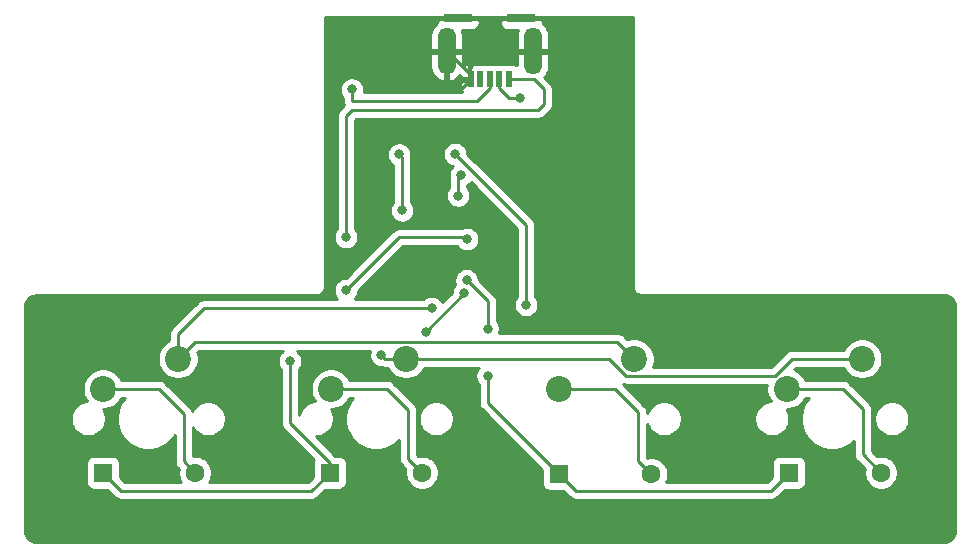
<source format=gtl>
%TF.GenerationSoftware,KiCad,Pcbnew,(5.1.9)-1*%
%TF.CreationDate,2021-01-03T12:45:43+00:00*%
%TF.ProjectId,Mechro_4K_PCB,4d656368-726f-45f3-944b-5f5043422e6b,rev?*%
%TF.SameCoordinates,Original*%
%TF.FileFunction,Copper,L1,Top*%
%TF.FilePolarity,Positive*%
%FSLAX46Y46*%
G04 Gerber Fmt 4.6, Leading zero omitted, Abs format (unit mm)*
G04 Created by KiCad (PCBNEW (5.1.9)-1) date 2021-01-03 12:45:43*
%MOMM*%
%LPD*%
G01*
G04 APERTURE LIST*
%TA.AperFunction,ComponentPad*%
%ADD10C,1.600000*%
%TD*%
%TA.AperFunction,ComponentPad*%
%ADD11R,1.600000X1.600000*%
%TD*%
%TA.AperFunction,ComponentPad*%
%ADD12O,1.500000X4.000000*%
%TD*%
%TA.AperFunction,SMDPad,CuDef*%
%ADD13R,0.500000X1.400000*%
%TD*%
%TA.AperFunction,SMDPad,CuDef*%
%ADD14R,2.350000X0.800000*%
%TD*%
%TA.AperFunction,ComponentPad*%
%ADD15C,2.200000*%
%TD*%
%TA.AperFunction,ViaPad*%
%ADD16C,0.800000*%
%TD*%
%TA.AperFunction,Conductor*%
%ADD17C,0.250000*%
%TD*%
%TA.AperFunction,Conductor*%
%ADD18C,0.254000*%
%TD*%
%TA.AperFunction,Conductor*%
%ADD19C,0.100000*%
%TD*%
G04 APERTURE END LIST*
D10*
%TO.P,D1,2*%
%TO.N,Net-(D1-Pad2)*%
X167800000Y-73700000D03*
D11*
%TO.P,D1,1*%
%TO.N,/row0*%
X160000000Y-73700000D03*
%TD*%
%TO.P,D2,1*%
%TO.N,/row1*%
X121125000Y-73700000D03*
D10*
%TO.P,D2,2*%
%TO.N,Net-(D2-Pad2)*%
X128925000Y-73700000D03*
%TD*%
%TO.P,D3,2*%
%TO.N,Net-(D3-Pad2)*%
X148350000Y-73818750D03*
D11*
%TO.P,D3,1*%
%TO.N,/row0*%
X140550000Y-73818750D03*
%TD*%
%TO.P,D4,1*%
%TO.N,/row1*%
X101925000Y-73700000D03*
D10*
%TO.P,D4,2*%
%TO.N,Net-(D4-Pad2)*%
X109725000Y-73700000D03*
%TD*%
D12*
%TO.P,J1,6*%
%TO.N,GND*%
X131025000Y-38000000D03*
X138325000Y-38000000D03*
D13*
%TO.P,J1,5*%
X133075000Y-40400000D03*
%TO.P,J1,4*%
%TO.N,Net-(J1-Pad4)*%
X133875000Y-40400000D03*
%TO.P,J1,3*%
%TO.N,Net-(J1-Pad3)*%
X134675000Y-40400000D03*
%TO.P,J1,2*%
%TO.N,Net-(J1-Pad2)*%
X135475000Y-40400000D03*
%TO.P,J1,1*%
%TO.N,VCC*%
X136275000Y-40400000D03*
D14*
%TO.P,J1,6*%
%TO.N,GND*%
X137350000Y-35200000D03*
X132000000Y-35200000D03*
%TD*%
D15*
%TO.P,K1,1*%
%TO.N,/col0*%
X166181250Y-64051251D03*
%TO.P,K1,2*%
%TO.N,Net-(D1-Pad2)*%
X159831250Y-66591251D03*
%TD*%
%TO.P,K2,1*%
%TO.N,/col0*%
X127590001Y-64051251D03*
%TO.P,K2,2*%
%TO.N,Net-(D2-Pad2)*%
X121240001Y-66591251D03*
%TD*%
%TO.P,K3,2*%
%TO.N,Net-(D3-Pad2)*%
X140540001Y-66591251D03*
%TO.P,K3,1*%
%TO.N,/col1*%
X146890001Y-64051251D03*
%TD*%
%TO.P,K4,2*%
%TO.N,Net-(D4-Pad2)*%
X101931250Y-66591251D03*
%TO.P,K4,1*%
%TO.N,/col1*%
X108281250Y-64051251D03*
%TD*%
D16*
%TO.N,GND*%
X143000000Y-48250000D03*
X143000000Y-45500000D03*
X131500000Y-41250000D03*
X130500000Y-57500000D03*
%TO.N,VCC*%
X122500000Y-53750000D03*
%TO.N,/row0*%
X134500000Y-65500000D03*
X134500000Y-61500000D03*
X132712988Y-57399535D03*
%TO.N,/row1*%
X117750000Y-64250000D03*
X122500000Y-58250000D03*
X132746424Y-53931250D03*
%TO.N,Net-(J1-Pad2)*%
X137250000Y-42000000D03*
%TO.N,Net-(J1-Pad3)*%
X123000000Y-41250000D03*
%TO.N,/col0*%
X125500000Y-63750000D03*
X129250000Y-61750000D03*
X132500000Y-58500000D03*
%TO.N,/col1*%
X129750000Y-59750000D03*
%TO.N,Net-(R1-Pad1)*%
X137750000Y-59500000D03*
X131750000Y-46725000D03*
%TO.N,Net-(R3-Pad2)*%
X132000000Y-50250000D03*
X132250000Y-48481250D03*
%TO.N,Net-(R4-Pad2)*%
X127250000Y-51500000D03*
X127000000Y-46750000D03*
%TD*%
D17*
%TO.N,GND*%
X143000000Y-48250000D02*
X143000000Y-45500000D01*
X133075000Y-40050000D02*
X131025000Y-38000000D01*
X133075000Y-40400000D02*
X133075000Y-40050000D01*
X132225000Y-41250000D02*
X133075000Y-40400000D01*
X131500000Y-41250000D02*
X132225000Y-41250000D01*
%TO.N,VCC*%
X138400000Y-40400000D02*
X136275000Y-40400000D01*
X139250000Y-41250000D02*
X138400000Y-40400000D01*
X139250000Y-42500000D02*
X139250000Y-41250000D01*
X123000000Y-43000000D02*
X138750000Y-43000000D01*
X138750000Y-43000000D02*
X139250000Y-42500000D01*
X122500000Y-43500000D02*
X123000000Y-43000000D01*
X122500000Y-53750000D02*
X122500000Y-43500000D01*
%TO.N,Net-(D1-Pad2)*%
X167800000Y-73700000D02*
X166250000Y-72150000D01*
X164542252Y-66591251D02*
X159831250Y-66591251D01*
X166250000Y-68298999D02*
X164542252Y-66591251D01*
X166250000Y-72150000D02*
X166250000Y-68298999D01*
%TO.N,/row0*%
X160000000Y-73700000D02*
X158450000Y-75250000D01*
X141981250Y-75250000D02*
X140550000Y-73818750D01*
X158450000Y-75250000D02*
X141981250Y-75250000D01*
X134500000Y-67768750D02*
X134500000Y-65500000D01*
X140550000Y-73818750D02*
X134500000Y-67768750D01*
X134500000Y-59186547D02*
X132712988Y-57399535D01*
X134500000Y-61500000D02*
X134500000Y-59186547D01*
%TO.N,Net-(D2-Pad2)*%
X128925000Y-73700000D02*
X127750000Y-72525000D01*
X125951003Y-66591251D02*
X121240001Y-66591251D01*
X127750000Y-68390248D02*
X125951003Y-66591251D01*
X127750000Y-72525000D02*
X127750000Y-68390248D01*
%TO.N,/row1*%
X121125000Y-73700000D02*
X119575000Y-75250000D01*
X103475000Y-75250000D02*
X101925000Y-73700000D01*
X119575000Y-75250000D02*
X103475000Y-75250000D01*
X121125000Y-73700000D02*
X121125000Y-72875000D01*
X117750000Y-69500000D02*
X117750000Y-64250000D01*
X121125000Y-72875000D02*
X117750000Y-69500000D01*
X122500000Y-58250000D02*
X127000000Y-53750000D01*
X132565174Y-53750000D02*
X132746424Y-53931250D01*
X127000000Y-53750000D02*
X132565174Y-53750000D01*
%TO.N,Net-(D3-Pad2)*%
X148350000Y-73818750D02*
X147250000Y-72718750D01*
X145251003Y-66591251D02*
X140540001Y-66591251D01*
X147250000Y-68590248D02*
X145251003Y-66591251D01*
X147250000Y-72718750D02*
X147250000Y-68590248D01*
%TO.N,Net-(D4-Pad2)*%
X109725000Y-73700000D02*
X108750000Y-72725000D01*
X106642252Y-66591251D02*
X101931250Y-66591251D01*
X108750000Y-68698999D02*
X106642252Y-66591251D01*
X108750000Y-72725000D02*
X108750000Y-68698999D01*
%TO.N,Net-(J1-Pad2)*%
X135475000Y-41135002D02*
X135475000Y-40400000D01*
X136339998Y-42000000D02*
X135475000Y-41135002D01*
X137250000Y-42000000D02*
X136339998Y-42000000D01*
%TO.N,Net-(J1-Pad3)*%
X123000000Y-41250000D02*
X123000000Y-42250000D01*
X134675000Y-41135002D02*
X134675000Y-40400000D01*
X133560002Y-42250000D02*
X134675000Y-41135002D01*
X123000000Y-42250000D02*
X133560002Y-42250000D01*
%TO.N,/col0*%
X160262248Y-64051251D02*
X166181250Y-64051251D01*
X158837247Y-65476252D02*
X160262248Y-64051251D01*
X146206000Y-65476252D02*
X158837247Y-65476252D01*
X144780999Y-64051251D02*
X146206000Y-65476252D01*
X127590001Y-64051251D02*
X144780999Y-64051251D01*
X125801251Y-64051251D02*
X125500000Y-63750000D01*
X127590001Y-64051251D02*
X125801251Y-64051251D01*
X129250000Y-61750000D02*
X132500000Y-58500000D01*
%TO.N,/col1*%
X109706251Y-62626250D02*
X108281250Y-64051251D01*
X145465000Y-62626250D02*
X109706251Y-62626250D01*
X146890001Y-64051251D02*
X145465000Y-62626250D01*
X108281250Y-64051251D02*
X108281250Y-61968750D01*
X110500000Y-59750000D02*
X129750000Y-59750000D01*
X108281250Y-61968750D02*
X110500000Y-59750000D01*
%TO.N,Net-(R1-Pad1)*%
X137750000Y-52725000D02*
X131750000Y-46725000D01*
X137750000Y-59500000D02*
X137750000Y-52725000D01*
%TO.N,Net-(R3-Pad2)*%
X132000000Y-48731250D02*
X132250000Y-48481250D01*
X132000000Y-50250000D02*
X132000000Y-48731250D01*
%TO.N,Net-(R4-Pad2)*%
X127250000Y-47000000D02*
X127000000Y-46750000D01*
X127250000Y-51500000D02*
X127250000Y-47000000D01*
%TD*%
D18*
%TO.N,GND*%
X146815001Y-57967571D02*
X146811807Y-58000000D01*
X146824550Y-58129383D01*
X146862290Y-58253793D01*
X146923575Y-58368450D01*
X147006052Y-58468948D01*
X147106550Y-58551425D01*
X147221207Y-58612710D01*
X147345617Y-58650450D01*
X147442581Y-58660000D01*
X147475000Y-58663193D01*
X147507419Y-58660000D01*
X173117721Y-58660000D01*
X173331967Y-58681007D01*
X173506998Y-58733852D01*
X173668435Y-58819690D01*
X173810127Y-58935250D01*
X173926671Y-59076127D01*
X174013633Y-59236960D01*
X174067701Y-59411625D01*
X174089969Y-59623497D01*
X174065043Y-78617279D01*
X174043993Y-78831968D01*
X173991149Y-79006997D01*
X173905309Y-79168436D01*
X173789750Y-79310126D01*
X173648869Y-79426673D01*
X173488040Y-79513633D01*
X173313374Y-79567701D01*
X173101282Y-79589993D01*
X96282391Y-79565011D01*
X96068032Y-79543993D01*
X95893003Y-79491149D01*
X95731564Y-79405309D01*
X95589874Y-79289750D01*
X95473327Y-79148869D01*
X95386367Y-78988040D01*
X95332299Y-78813374D01*
X95310000Y-78601213D01*
X95310000Y-68984991D01*
X99176250Y-68984991D01*
X99176250Y-69277511D01*
X99233318Y-69564409D01*
X99345260Y-69834662D01*
X99507775Y-70077883D01*
X99714618Y-70284726D01*
X99957839Y-70447241D01*
X100228092Y-70559183D01*
X100514990Y-70616251D01*
X100807510Y-70616251D01*
X101094408Y-70559183D01*
X101364661Y-70447241D01*
X101607882Y-70284726D01*
X101814725Y-70077883D01*
X101977240Y-69834662D01*
X102089182Y-69564409D01*
X102146250Y-69277511D01*
X102146250Y-68984991D01*
X102089182Y-68698093D01*
X101977240Y-68427840D01*
X101909360Y-68326251D01*
X102102133Y-68326251D01*
X102437331Y-68259576D01*
X102753081Y-68128788D01*
X103037248Y-67938914D01*
X103278913Y-67697249D01*
X103468787Y-67413082D01*
X103494398Y-67351251D01*
X103794797Y-67351251D01*
X103694512Y-67451536D01*
X103406143Y-67883110D01*
X103207511Y-68362650D01*
X103106250Y-68871726D01*
X103106250Y-69390776D01*
X103207511Y-69899852D01*
X103406143Y-70379392D01*
X103694512Y-70810966D01*
X104061535Y-71177989D01*
X104493109Y-71466358D01*
X104972649Y-71664990D01*
X105481725Y-71766251D01*
X106000775Y-71766251D01*
X106509851Y-71664990D01*
X106989391Y-71466358D01*
X107420965Y-71177989D01*
X107787988Y-70810966D01*
X107990001Y-70508633D01*
X107990000Y-72687677D01*
X107986324Y-72725000D01*
X107990000Y-72762322D01*
X107990000Y-72762332D01*
X108000997Y-72873985D01*
X108037540Y-72994454D01*
X108044454Y-73017246D01*
X108115026Y-73149276D01*
X108129774Y-73167246D01*
X108209999Y-73265001D01*
X108239002Y-73288804D01*
X108326312Y-73376113D01*
X108290000Y-73558665D01*
X108290000Y-73841335D01*
X108345147Y-74118574D01*
X108453320Y-74379727D01*
X108527002Y-74490000D01*
X103789802Y-74490000D01*
X103363072Y-74063270D01*
X103363072Y-72900000D01*
X103350812Y-72775518D01*
X103314502Y-72655820D01*
X103255537Y-72545506D01*
X103176185Y-72448815D01*
X103079494Y-72369463D01*
X102969180Y-72310498D01*
X102849482Y-72274188D01*
X102725000Y-72261928D01*
X101125000Y-72261928D01*
X101000518Y-72274188D01*
X100880820Y-72310498D01*
X100770506Y-72369463D01*
X100673815Y-72448815D01*
X100594463Y-72545506D01*
X100535498Y-72655820D01*
X100499188Y-72775518D01*
X100486928Y-72900000D01*
X100486928Y-74500000D01*
X100499188Y-74624482D01*
X100535498Y-74744180D01*
X100594463Y-74854494D01*
X100673815Y-74951185D01*
X100770506Y-75030537D01*
X100880820Y-75089502D01*
X101000518Y-75125812D01*
X101125000Y-75138072D01*
X102288270Y-75138072D01*
X102911201Y-75761003D01*
X102934999Y-75790001D01*
X102963997Y-75813799D01*
X103050723Y-75884974D01*
X103182753Y-75955546D01*
X103326014Y-75999003D01*
X103437667Y-76010000D01*
X103437677Y-76010000D01*
X103474999Y-76013676D01*
X103512322Y-76010000D01*
X119537678Y-76010000D01*
X119575000Y-76013676D01*
X119612322Y-76010000D01*
X119612333Y-76010000D01*
X119723986Y-75999003D01*
X119867247Y-75955546D01*
X119999276Y-75884974D01*
X120115001Y-75790001D01*
X120138804Y-75760997D01*
X120761729Y-75138072D01*
X121925000Y-75138072D01*
X122049482Y-75125812D01*
X122169180Y-75089502D01*
X122279494Y-75030537D01*
X122376185Y-74951185D01*
X122455537Y-74854494D01*
X122514502Y-74744180D01*
X122550812Y-74624482D01*
X122563072Y-74500000D01*
X122563072Y-72900000D01*
X122550812Y-72775518D01*
X122514502Y-72655820D01*
X122455537Y-72545506D01*
X122376185Y-72448815D01*
X122279494Y-72369463D01*
X122169180Y-72310498D01*
X122049482Y-72274188D01*
X121925000Y-72261928D01*
X121586730Y-72261928D01*
X119941052Y-70616251D01*
X120116261Y-70616251D01*
X120403159Y-70559183D01*
X120673412Y-70447241D01*
X120916633Y-70284726D01*
X121123476Y-70077883D01*
X121285991Y-69834662D01*
X121397933Y-69564409D01*
X121455001Y-69277511D01*
X121455001Y-68984991D01*
X121397933Y-68698093D01*
X121285991Y-68427840D01*
X121218111Y-68326251D01*
X121410884Y-68326251D01*
X121746082Y-68259576D01*
X122061832Y-68128788D01*
X122345999Y-67938914D01*
X122587664Y-67697249D01*
X122777538Y-67413082D01*
X122803149Y-67351251D01*
X123103548Y-67351251D01*
X123003263Y-67451536D01*
X122714894Y-67883110D01*
X122516262Y-68362650D01*
X122415001Y-68871726D01*
X122415001Y-69390776D01*
X122516262Y-69899852D01*
X122714894Y-70379392D01*
X123003263Y-70810966D01*
X123370286Y-71177989D01*
X123801860Y-71466358D01*
X124281400Y-71664990D01*
X124790476Y-71766251D01*
X125309526Y-71766251D01*
X125818602Y-71664990D01*
X126298142Y-71466358D01*
X126729716Y-71177989D01*
X126990000Y-70917705D01*
X126990000Y-72487677D01*
X126986324Y-72525000D01*
X126990000Y-72562322D01*
X126990000Y-72562332D01*
X127000997Y-72673985D01*
X127027797Y-72762333D01*
X127044454Y-72817246D01*
X127115026Y-72949276D01*
X127152103Y-72994454D01*
X127209999Y-73065001D01*
X127239003Y-73088804D01*
X127526312Y-73376114D01*
X127490000Y-73558665D01*
X127490000Y-73841335D01*
X127545147Y-74118574D01*
X127653320Y-74379727D01*
X127810363Y-74614759D01*
X128010241Y-74814637D01*
X128245273Y-74971680D01*
X128506426Y-75079853D01*
X128783665Y-75135000D01*
X129066335Y-75135000D01*
X129343574Y-75079853D01*
X129604727Y-74971680D01*
X129839759Y-74814637D01*
X130039637Y-74614759D01*
X130196680Y-74379727D01*
X130304853Y-74118574D01*
X130360000Y-73841335D01*
X130360000Y-73558665D01*
X130304853Y-73281426D01*
X130196680Y-73020273D01*
X130039637Y-72785241D01*
X129839759Y-72585363D01*
X129604727Y-72428320D01*
X129343574Y-72320147D01*
X129066335Y-72265000D01*
X128783665Y-72265000D01*
X128601114Y-72301312D01*
X128510000Y-72210199D01*
X128510000Y-68984991D01*
X128645001Y-68984991D01*
X128645001Y-69277511D01*
X128702069Y-69564409D01*
X128814011Y-69834662D01*
X128976526Y-70077883D01*
X129183369Y-70284726D01*
X129426590Y-70447241D01*
X129696843Y-70559183D01*
X129983741Y-70616251D01*
X130276261Y-70616251D01*
X130563159Y-70559183D01*
X130833412Y-70447241D01*
X131076633Y-70284726D01*
X131283476Y-70077883D01*
X131445991Y-69834662D01*
X131557933Y-69564409D01*
X131615001Y-69277511D01*
X131615001Y-68984991D01*
X131557933Y-68698093D01*
X131445991Y-68427840D01*
X131283476Y-68184619D01*
X131076633Y-67977776D01*
X130833412Y-67815261D01*
X130563159Y-67703319D01*
X130276261Y-67646251D01*
X129983741Y-67646251D01*
X129696843Y-67703319D01*
X129426590Y-67815261D01*
X129183369Y-67977776D01*
X128976526Y-68184619D01*
X128814011Y-68427840D01*
X128702069Y-68698093D01*
X128645001Y-68984991D01*
X128510000Y-68984991D01*
X128510000Y-68427571D01*
X128513676Y-68390248D01*
X128510000Y-68352925D01*
X128510000Y-68352915D01*
X128499003Y-68241262D01*
X128455546Y-68098001D01*
X128406772Y-68006752D01*
X128384974Y-67965971D01*
X128313799Y-67879245D01*
X128290001Y-67850247D01*
X128261003Y-67826449D01*
X126514807Y-66080254D01*
X126491004Y-66051250D01*
X126375279Y-65956277D01*
X126243250Y-65885705D01*
X126099989Y-65842248D01*
X125988336Y-65831251D01*
X125988325Y-65831251D01*
X125951003Y-65827575D01*
X125913681Y-65831251D01*
X122803149Y-65831251D01*
X122777538Y-65769420D01*
X122587664Y-65485253D01*
X122345999Y-65243588D01*
X122061832Y-65053714D01*
X121746082Y-64922926D01*
X121410884Y-64856251D01*
X121069118Y-64856251D01*
X120733920Y-64922926D01*
X120418170Y-65053714D01*
X120134003Y-65243588D01*
X119892338Y-65485253D01*
X119702464Y-65769420D01*
X119571676Y-66085170D01*
X119505001Y-66420368D01*
X119505001Y-66762134D01*
X119571676Y-67097332D01*
X119702464Y-67413082D01*
X119858262Y-67646251D01*
X119823741Y-67646251D01*
X119536843Y-67703319D01*
X119266590Y-67815261D01*
X119023369Y-67977776D01*
X118816526Y-68184619D01*
X118654011Y-68427840D01*
X118542069Y-68698093D01*
X118510000Y-68859314D01*
X118510000Y-64953711D01*
X118553937Y-64909774D01*
X118667205Y-64740256D01*
X118745226Y-64551898D01*
X118785000Y-64351939D01*
X118785000Y-64148061D01*
X118745226Y-63948102D01*
X118667205Y-63759744D01*
X118553937Y-63590226D01*
X118409774Y-63446063D01*
X118320257Y-63386250D01*
X124530394Y-63386250D01*
X124504774Y-63448102D01*
X124465000Y-63648061D01*
X124465000Y-63851939D01*
X124504774Y-64051898D01*
X124582795Y-64240256D01*
X124696063Y-64409774D01*
X124840226Y-64553937D01*
X125009744Y-64667205D01*
X125198102Y-64745226D01*
X125398061Y-64785000D01*
X125601939Y-64785000D01*
X125601963Y-64784995D01*
X125652265Y-64800254D01*
X125763918Y-64811251D01*
X125763927Y-64811251D01*
X125801250Y-64814927D01*
X125838573Y-64811251D01*
X126026853Y-64811251D01*
X126052464Y-64873082D01*
X126242338Y-65157249D01*
X126484003Y-65398914D01*
X126768170Y-65588788D01*
X127083920Y-65719576D01*
X127419118Y-65786251D01*
X127760884Y-65786251D01*
X128096082Y-65719576D01*
X128411832Y-65588788D01*
X128695999Y-65398914D01*
X128937664Y-65157249D01*
X129127538Y-64873082D01*
X129153149Y-64811251D01*
X133725038Y-64811251D01*
X133696063Y-64840226D01*
X133582795Y-65009744D01*
X133504774Y-65198102D01*
X133465000Y-65398061D01*
X133465000Y-65601939D01*
X133504774Y-65801898D01*
X133582795Y-65990256D01*
X133696063Y-66159774D01*
X133740001Y-66203712D01*
X133740000Y-67731427D01*
X133736324Y-67768750D01*
X133740000Y-67806072D01*
X133740000Y-67806082D01*
X133750997Y-67917735D01*
X133778000Y-68006752D01*
X133794454Y-68060996D01*
X133865026Y-68193026D01*
X133904613Y-68241262D01*
X133959999Y-68308751D01*
X133989003Y-68332554D01*
X139111928Y-73455480D01*
X139111928Y-74618750D01*
X139124188Y-74743232D01*
X139160498Y-74862930D01*
X139219463Y-74973244D01*
X139298815Y-75069935D01*
X139395506Y-75149287D01*
X139505820Y-75208252D01*
X139625518Y-75244562D01*
X139750000Y-75256822D01*
X140913270Y-75256822D01*
X141417451Y-75761003D01*
X141441249Y-75790001D01*
X141556974Y-75884974D01*
X141689003Y-75955546D01*
X141832264Y-75999003D01*
X141943917Y-76010000D01*
X141943926Y-76010000D01*
X141981249Y-76013676D01*
X142018572Y-76010000D01*
X158412678Y-76010000D01*
X158450000Y-76013676D01*
X158487322Y-76010000D01*
X158487333Y-76010000D01*
X158598986Y-75999003D01*
X158742247Y-75955546D01*
X158874276Y-75884974D01*
X158990001Y-75790001D01*
X159013804Y-75760997D01*
X159636729Y-75138072D01*
X160800000Y-75138072D01*
X160924482Y-75125812D01*
X161044180Y-75089502D01*
X161154494Y-75030537D01*
X161251185Y-74951185D01*
X161330537Y-74854494D01*
X161389502Y-74744180D01*
X161425812Y-74624482D01*
X161438072Y-74500000D01*
X161438072Y-72900000D01*
X161425812Y-72775518D01*
X161389502Y-72655820D01*
X161330537Y-72545506D01*
X161251185Y-72448815D01*
X161154494Y-72369463D01*
X161044180Y-72310498D01*
X160924482Y-72274188D01*
X160800000Y-72261928D01*
X159200000Y-72261928D01*
X159075518Y-72274188D01*
X158955820Y-72310498D01*
X158845506Y-72369463D01*
X158748815Y-72448815D01*
X158669463Y-72545506D01*
X158610498Y-72655820D01*
X158574188Y-72775518D01*
X158561928Y-72900000D01*
X158561928Y-74063271D01*
X158135199Y-74490000D01*
X149625191Y-74490000D01*
X149729853Y-74237324D01*
X149785000Y-73960085D01*
X149785000Y-73677415D01*
X149729853Y-73400176D01*
X149621680Y-73139023D01*
X149464637Y-72903991D01*
X149264759Y-72704113D01*
X149029727Y-72547070D01*
X148768574Y-72438897D01*
X148491335Y-72383750D01*
X148208665Y-72383750D01*
X148026113Y-72420062D01*
X148010000Y-72403949D01*
X148010000Y-69583556D01*
X148114011Y-69834662D01*
X148276526Y-70077883D01*
X148483369Y-70284726D01*
X148726590Y-70447241D01*
X148996843Y-70559183D01*
X149283741Y-70616251D01*
X149576261Y-70616251D01*
X149863159Y-70559183D01*
X150133412Y-70447241D01*
X150376633Y-70284726D01*
X150583476Y-70077883D01*
X150745991Y-69834662D01*
X150857933Y-69564409D01*
X150915001Y-69277511D01*
X150915001Y-68984991D01*
X150857933Y-68698093D01*
X150745991Y-68427840D01*
X150583476Y-68184619D01*
X150376633Y-67977776D01*
X150133412Y-67815261D01*
X149863159Y-67703319D01*
X149576261Y-67646251D01*
X149283741Y-67646251D01*
X148996843Y-67703319D01*
X148726590Y-67815261D01*
X148483369Y-67977776D01*
X148276526Y-68184619D01*
X148114011Y-68427840D01*
X148010000Y-68678946D01*
X148010000Y-68627573D01*
X148013676Y-68590248D01*
X148010000Y-68552923D01*
X148010000Y-68552915D01*
X147999003Y-68441262D01*
X147955546Y-68298001D01*
X147884974Y-68165972D01*
X147790001Y-68050247D01*
X147761003Y-68026449D01*
X145917482Y-66182929D01*
X146057014Y-66225255D01*
X146168667Y-66236252D01*
X146168675Y-66236252D01*
X146206000Y-66239928D01*
X146243325Y-66236252D01*
X158132873Y-66236252D01*
X158096250Y-66420368D01*
X158096250Y-66762134D01*
X158162925Y-67097332D01*
X158293713Y-67413082D01*
X158449511Y-67646251D01*
X158414990Y-67646251D01*
X158128092Y-67703319D01*
X157857839Y-67815261D01*
X157614618Y-67977776D01*
X157407775Y-68184619D01*
X157245260Y-68427840D01*
X157133318Y-68698093D01*
X157076250Y-68984991D01*
X157076250Y-69277511D01*
X157133318Y-69564409D01*
X157245260Y-69834662D01*
X157407775Y-70077883D01*
X157614618Y-70284726D01*
X157857839Y-70447241D01*
X158128092Y-70559183D01*
X158414990Y-70616251D01*
X158707510Y-70616251D01*
X158994408Y-70559183D01*
X159264661Y-70447241D01*
X159507882Y-70284726D01*
X159714725Y-70077883D01*
X159877240Y-69834662D01*
X159989182Y-69564409D01*
X160046250Y-69277511D01*
X160046250Y-68984991D01*
X159989182Y-68698093D01*
X159877240Y-68427840D01*
X159809360Y-68326251D01*
X160002133Y-68326251D01*
X160337331Y-68259576D01*
X160653081Y-68128788D01*
X160937248Y-67938914D01*
X161178913Y-67697249D01*
X161368787Y-67413082D01*
X161394398Y-67351251D01*
X161694797Y-67351251D01*
X161594512Y-67451536D01*
X161306143Y-67883110D01*
X161107511Y-68362650D01*
X161006250Y-68871726D01*
X161006250Y-69390776D01*
X161107511Y-69899852D01*
X161306143Y-70379392D01*
X161594512Y-70810966D01*
X161961535Y-71177989D01*
X162393109Y-71466358D01*
X162872649Y-71664990D01*
X163381725Y-71766251D01*
X163900775Y-71766251D01*
X164409851Y-71664990D01*
X164889391Y-71466358D01*
X165320965Y-71177989D01*
X165490000Y-71008954D01*
X165490000Y-72112677D01*
X165486324Y-72150000D01*
X165490000Y-72187322D01*
X165490000Y-72187332D01*
X165500997Y-72298985D01*
X165525778Y-72380678D01*
X165544454Y-72442246D01*
X165615026Y-72574276D01*
X165654871Y-72622826D01*
X165709999Y-72690001D01*
X165739003Y-72713804D01*
X166401312Y-73376114D01*
X166365000Y-73558665D01*
X166365000Y-73841335D01*
X166420147Y-74118574D01*
X166528320Y-74379727D01*
X166685363Y-74614759D01*
X166885241Y-74814637D01*
X167120273Y-74971680D01*
X167381426Y-75079853D01*
X167658665Y-75135000D01*
X167941335Y-75135000D01*
X168218574Y-75079853D01*
X168479727Y-74971680D01*
X168714759Y-74814637D01*
X168914637Y-74614759D01*
X169071680Y-74379727D01*
X169179853Y-74118574D01*
X169235000Y-73841335D01*
X169235000Y-73558665D01*
X169179853Y-73281426D01*
X169071680Y-73020273D01*
X168914637Y-72785241D01*
X168714759Y-72585363D01*
X168479727Y-72428320D01*
X168218574Y-72320147D01*
X167941335Y-72265000D01*
X167658665Y-72265000D01*
X167476114Y-72301312D01*
X167010000Y-71835199D01*
X167010000Y-68984991D01*
X167236250Y-68984991D01*
X167236250Y-69277511D01*
X167293318Y-69564409D01*
X167405260Y-69834662D01*
X167567775Y-70077883D01*
X167774618Y-70284726D01*
X168017839Y-70447241D01*
X168288092Y-70559183D01*
X168574990Y-70616251D01*
X168867510Y-70616251D01*
X169154408Y-70559183D01*
X169424661Y-70447241D01*
X169667882Y-70284726D01*
X169874725Y-70077883D01*
X170037240Y-69834662D01*
X170149182Y-69564409D01*
X170206250Y-69277511D01*
X170206250Y-68984991D01*
X170149182Y-68698093D01*
X170037240Y-68427840D01*
X169874725Y-68184619D01*
X169667882Y-67977776D01*
X169424661Y-67815261D01*
X169154408Y-67703319D01*
X168867510Y-67646251D01*
X168574990Y-67646251D01*
X168288092Y-67703319D01*
X168017839Y-67815261D01*
X167774618Y-67977776D01*
X167567775Y-68184619D01*
X167405260Y-68427840D01*
X167293318Y-68698093D01*
X167236250Y-68984991D01*
X167010000Y-68984991D01*
X167010000Y-68336321D01*
X167013676Y-68298998D01*
X167010000Y-68261675D01*
X167010000Y-68261666D01*
X166999003Y-68150013D01*
X166955546Y-68006752D01*
X166884974Y-67874723D01*
X166864887Y-67850247D01*
X166813799Y-67787995D01*
X166813795Y-67787991D01*
X166790001Y-67758998D01*
X166761008Y-67735204D01*
X165106055Y-66080253D01*
X165082253Y-66051250D01*
X164966528Y-65956277D01*
X164834499Y-65885705D01*
X164691238Y-65842248D01*
X164579585Y-65831251D01*
X164579574Y-65831251D01*
X164542252Y-65827575D01*
X164504930Y-65831251D01*
X161394398Y-65831251D01*
X161368787Y-65769420D01*
X161178913Y-65485253D01*
X160937248Y-65243588D01*
X160653081Y-65053714D01*
X160427872Y-64960429D01*
X160577050Y-64811251D01*
X164618102Y-64811251D01*
X164643713Y-64873082D01*
X164833587Y-65157249D01*
X165075252Y-65398914D01*
X165359419Y-65588788D01*
X165675169Y-65719576D01*
X166010367Y-65786251D01*
X166352133Y-65786251D01*
X166687331Y-65719576D01*
X167003081Y-65588788D01*
X167287248Y-65398914D01*
X167528913Y-65157249D01*
X167718787Y-64873082D01*
X167849575Y-64557332D01*
X167916250Y-64222134D01*
X167916250Y-63880368D01*
X167849575Y-63545170D01*
X167718787Y-63229420D01*
X167528913Y-62945253D01*
X167287248Y-62703588D01*
X167003081Y-62513714D01*
X166687331Y-62382926D01*
X166352133Y-62316251D01*
X166010367Y-62316251D01*
X165675169Y-62382926D01*
X165359419Y-62513714D01*
X165075252Y-62703588D01*
X164833587Y-62945253D01*
X164643713Y-63229420D01*
X164618102Y-63291251D01*
X160299573Y-63291251D01*
X160262248Y-63287575D01*
X160224923Y-63291251D01*
X160224915Y-63291251D01*
X160113262Y-63302248D01*
X159970001Y-63345705D01*
X159837972Y-63416277D01*
X159722247Y-63511250D01*
X159698449Y-63540248D01*
X158522446Y-64716252D01*
X148492499Y-64716252D01*
X148558326Y-64557332D01*
X148625001Y-64222134D01*
X148625001Y-63880368D01*
X148558326Y-63545170D01*
X148427538Y-63229420D01*
X148237664Y-62945253D01*
X147995999Y-62703588D01*
X147711832Y-62513714D01*
X147396082Y-62382926D01*
X147060884Y-62316251D01*
X146719118Y-62316251D01*
X146383920Y-62382926D01*
X146322089Y-62408537D01*
X146028804Y-62115253D01*
X146005001Y-62086249D01*
X145889276Y-61991276D01*
X145757247Y-61920704D01*
X145613986Y-61877247D01*
X145502333Y-61866250D01*
X145502322Y-61866250D01*
X145465000Y-61862574D01*
X145427678Y-61866250D01*
X135468570Y-61866250D01*
X135495226Y-61801898D01*
X135535000Y-61601939D01*
X135535000Y-61398061D01*
X135495226Y-61198102D01*
X135417205Y-61009744D01*
X135303937Y-60840226D01*
X135260000Y-60796289D01*
X135260000Y-59223880D01*
X135263677Y-59186547D01*
X135249003Y-59037561D01*
X135205546Y-58894300D01*
X135134974Y-58762271D01*
X135063799Y-58675544D01*
X135040001Y-58646546D01*
X135011003Y-58622748D01*
X133747988Y-57359734D01*
X133747988Y-57297596D01*
X133708214Y-57097637D01*
X133630193Y-56909279D01*
X133516925Y-56739761D01*
X133372762Y-56595598D01*
X133203244Y-56482330D01*
X133014886Y-56404309D01*
X132814927Y-56364535D01*
X132611049Y-56364535D01*
X132411090Y-56404309D01*
X132222732Y-56482330D01*
X132053214Y-56595598D01*
X131909051Y-56739761D01*
X131795783Y-56909279D01*
X131717762Y-57097637D01*
X131677988Y-57297596D01*
X131677988Y-57501474D01*
X131717762Y-57701433D01*
X131752058Y-57784231D01*
X131696063Y-57840226D01*
X131582795Y-58009744D01*
X131504774Y-58198102D01*
X131465000Y-58398061D01*
X131465000Y-58460198D01*
X130666504Y-59258695D01*
X130553937Y-59090226D01*
X130409774Y-58946063D01*
X130240256Y-58832795D01*
X130051898Y-58754774D01*
X129851939Y-58715000D01*
X129648061Y-58715000D01*
X129448102Y-58754774D01*
X129259744Y-58832795D01*
X129090226Y-58946063D01*
X129046289Y-58990000D01*
X123223711Y-58990000D01*
X123303937Y-58909774D01*
X123417205Y-58740256D01*
X123495226Y-58551898D01*
X123535000Y-58351939D01*
X123535000Y-58289801D01*
X127314802Y-54510000D01*
X131888349Y-54510000D01*
X131942487Y-54591024D01*
X132086650Y-54735187D01*
X132256168Y-54848455D01*
X132444526Y-54926476D01*
X132644485Y-54966250D01*
X132848363Y-54966250D01*
X133048322Y-54926476D01*
X133236680Y-54848455D01*
X133406198Y-54735187D01*
X133550361Y-54591024D01*
X133663629Y-54421506D01*
X133741650Y-54233148D01*
X133781424Y-54033189D01*
X133781424Y-53829311D01*
X133741650Y-53629352D01*
X133663629Y-53440994D01*
X133550361Y-53271476D01*
X133406198Y-53127313D01*
X133236680Y-53014045D01*
X133048322Y-52936024D01*
X132848363Y-52896250D01*
X132644485Y-52896250D01*
X132444526Y-52936024D01*
X132314217Y-52990000D01*
X127037322Y-52990000D01*
X126999999Y-52986324D01*
X126962676Y-52990000D01*
X126962667Y-52990000D01*
X126851014Y-53000997D01*
X126707753Y-53044454D01*
X126575723Y-53115026D01*
X126533991Y-53149275D01*
X126459999Y-53209999D01*
X126436201Y-53238997D01*
X122460199Y-57215000D01*
X122398061Y-57215000D01*
X122198102Y-57254774D01*
X122009744Y-57332795D01*
X121840226Y-57446063D01*
X121696063Y-57590226D01*
X121582795Y-57759744D01*
X121504774Y-57948102D01*
X121465000Y-58148061D01*
X121465000Y-58351939D01*
X121504774Y-58551898D01*
X121582795Y-58740256D01*
X121696063Y-58909774D01*
X121776289Y-58990000D01*
X110537322Y-58990000D01*
X110499999Y-58986324D01*
X110462676Y-58990000D01*
X110462667Y-58990000D01*
X110351014Y-59000997D01*
X110207753Y-59044454D01*
X110075724Y-59115026D01*
X109959999Y-59209999D01*
X109936201Y-59238997D01*
X107770248Y-61404951D01*
X107741250Y-61428749D01*
X107717452Y-61457747D01*
X107717451Y-61457748D01*
X107646276Y-61544474D01*
X107575704Y-61676504D01*
X107553410Y-61750000D01*
X107532248Y-61819764D01*
X107526586Y-61877247D01*
X107517574Y-61968750D01*
X107521251Y-62006082D01*
X107521251Y-62488102D01*
X107459419Y-62513714D01*
X107175252Y-62703588D01*
X106933587Y-62945253D01*
X106743713Y-63229420D01*
X106612925Y-63545170D01*
X106546250Y-63880368D01*
X106546250Y-64222134D01*
X106612925Y-64557332D01*
X106743713Y-64873082D01*
X106933587Y-65157249D01*
X107175252Y-65398914D01*
X107459419Y-65588788D01*
X107775169Y-65719576D01*
X108110367Y-65786251D01*
X108452133Y-65786251D01*
X108787331Y-65719576D01*
X109103081Y-65588788D01*
X109387248Y-65398914D01*
X109628913Y-65157249D01*
X109818787Y-64873082D01*
X109949575Y-64557332D01*
X110016250Y-64222134D01*
X110016250Y-63880368D01*
X109949575Y-63545170D01*
X109923964Y-63483339D01*
X110021053Y-63386250D01*
X117179743Y-63386250D01*
X117090226Y-63446063D01*
X116946063Y-63590226D01*
X116832795Y-63759744D01*
X116754774Y-63948102D01*
X116715000Y-64148061D01*
X116715000Y-64351939D01*
X116754774Y-64551898D01*
X116832795Y-64740256D01*
X116946063Y-64909774D01*
X116990001Y-64953712D01*
X116990000Y-69462675D01*
X116986324Y-69500000D01*
X116990000Y-69537322D01*
X116990000Y-69537332D01*
X117000997Y-69648985D01*
X117044454Y-69792246D01*
X117115026Y-69924276D01*
X117154871Y-69972826D01*
X117209999Y-70040001D01*
X117239003Y-70063804D01*
X119768771Y-72593572D01*
X119735498Y-72655820D01*
X119699188Y-72775518D01*
X119686928Y-72900000D01*
X119686928Y-74063271D01*
X119260199Y-74490000D01*
X110922998Y-74490000D01*
X110996680Y-74379727D01*
X111104853Y-74118574D01*
X111160000Y-73841335D01*
X111160000Y-73558665D01*
X111104853Y-73281426D01*
X110996680Y-73020273D01*
X110839637Y-72785241D01*
X110639759Y-72585363D01*
X110404727Y-72428320D01*
X110143574Y-72320147D01*
X109866335Y-72265000D01*
X109583665Y-72265000D01*
X109510000Y-72279653D01*
X109510000Y-69841756D01*
X109667775Y-70077883D01*
X109874618Y-70284726D01*
X110117839Y-70447241D01*
X110388092Y-70559183D01*
X110674990Y-70616251D01*
X110967510Y-70616251D01*
X111254408Y-70559183D01*
X111524661Y-70447241D01*
X111767882Y-70284726D01*
X111974725Y-70077883D01*
X112137240Y-69834662D01*
X112249182Y-69564409D01*
X112306250Y-69277511D01*
X112306250Y-68984991D01*
X112249182Y-68698093D01*
X112137240Y-68427840D01*
X111974725Y-68184619D01*
X111767882Y-67977776D01*
X111524661Y-67815261D01*
X111254408Y-67703319D01*
X110967510Y-67646251D01*
X110674990Y-67646251D01*
X110388092Y-67703319D01*
X110117839Y-67815261D01*
X109874618Y-67977776D01*
X109667775Y-68184619D01*
X109505260Y-68427840D01*
X109480255Y-68488208D01*
X109455546Y-68406752D01*
X109384974Y-68274723D01*
X109290001Y-68158998D01*
X109261003Y-68135200D01*
X107206056Y-66080254D01*
X107182253Y-66051250D01*
X107066528Y-65956277D01*
X106934499Y-65885705D01*
X106791238Y-65842248D01*
X106679585Y-65831251D01*
X106679574Y-65831251D01*
X106642252Y-65827575D01*
X106604930Y-65831251D01*
X103494398Y-65831251D01*
X103468787Y-65769420D01*
X103278913Y-65485253D01*
X103037248Y-65243588D01*
X102753081Y-65053714D01*
X102437331Y-64922926D01*
X102102133Y-64856251D01*
X101760367Y-64856251D01*
X101425169Y-64922926D01*
X101109419Y-65053714D01*
X100825252Y-65243588D01*
X100583587Y-65485253D01*
X100393713Y-65769420D01*
X100262925Y-66085170D01*
X100196250Y-66420368D01*
X100196250Y-66762134D01*
X100262925Y-67097332D01*
X100393713Y-67413082D01*
X100549511Y-67646251D01*
X100514990Y-67646251D01*
X100228092Y-67703319D01*
X99957839Y-67815261D01*
X99714618Y-67977776D01*
X99507775Y-68184619D01*
X99345260Y-68427840D01*
X99233318Y-68698093D01*
X99176250Y-68984991D01*
X95310000Y-68984991D01*
X95310000Y-59657279D01*
X95331007Y-59443033D01*
X95383852Y-59268002D01*
X95469690Y-59106565D01*
X95585250Y-58964873D01*
X95726127Y-58848329D01*
X95886960Y-58761367D01*
X96061625Y-58707299D01*
X96273787Y-58685000D01*
X119992581Y-58685000D01*
X120025000Y-58688193D01*
X120057419Y-58685000D01*
X120154383Y-58675450D01*
X120278793Y-58637710D01*
X120393450Y-58576425D01*
X120493948Y-58493948D01*
X120576425Y-58393450D01*
X120637710Y-58278793D01*
X120675450Y-58154383D01*
X120688193Y-58025000D01*
X120685000Y-57992581D01*
X120685000Y-53648061D01*
X121465000Y-53648061D01*
X121465000Y-53851939D01*
X121504774Y-54051898D01*
X121582795Y-54240256D01*
X121696063Y-54409774D01*
X121840226Y-54553937D01*
X122009744Y-54667205D01*
X122198102Y-54745226D01*
X122398061Y-54785000D01*
X122601939Y-54785000D01*
X122801898Y-54745226D01*
X122990256Y-54667205D01*
X123159774Y-54553937D01*
X123303937Y-54409774D01*
X123417205Y-54240256D01*
X123495226Y-54051898D01*
X123535000Y-53851939D01*
X123535000Y-53648061D01*
X123495226Y-53448102D01*
X123417205Y-53259744D01*
X123303937Y-53090226D01*
X123260000Y-53046289D01*
X123260000Y-46648061D01*
X125965000Y-46648061D01*
X125965000Y-46851939D01*
X126004774Y-47051898D01*
X126082795Y-47240256D01*
X126196063Y-47409774D01*
X126340226Y-47553937D01*
X126490001Y-47654013D01*
X126490000Y-50796289D01*
X126446063Y-50840226D01*
X126332795Y-51009744D01*
X126254774Y-51198102D01*
X126215000Y-51398061D01*
X126215000Y-51601939D01*
X126254774Y-51801898D01*
X126332795Y-51990256D01*
X126446063Y-52159774D01*
X126590226Y-52303937D01*
X126759744Y-52417205D01*
X126948102Y-52495226D01*
X127148061Y-52535000D01*
X127351939Y-52535000D01*
X127551898Y-52495226D01*
X127740256Y-52417205D01*
X127909774Y-52303937D01*
X128053937Y-52159774D01*
X128167205Y-51990256D01*
X128245226Y-51801898D01*
X128285000Y-51601939D01*
X128285000Y-51398061D01*
X128245226Y-51198102D01*
X128167205Y-51009744D01*
X128053937Y-50840226D01*
X128010000Y-50796289D01*
X128010000Y-47037322D01*
X128013676Y-46999999D01*
X128010985Y-46972673D01*
X128035000Y-46851939D01*
X128035000Y-46648061D01*
X128030028Y-46623061D01*
X130715000Y-46623061D01*
X130715000Y-46826939D01*
X130754774Y-47026898D01*
X130832795Y-47215256D01*
X130946063Y-47384774D01*
X131090226Y-47528937D01*
X131259744Y-47642205D01*
X131448102Y-47720226D01*
X131530853Y-47736686D01*
X131446063Y-47821476D01*
X131332795Y-47990994D01*
X131254774Y-48179352D01*
X131215000Y-48379311D01*
X131215000Y-48583189D01*
X131239015Y-48703924D01*
X131236324Y-48731250D01*
X131240001Y-48768582D01*
X131240000Y-49546289D01*
X131196063Y-49590226D01*
X131082795Y-49759744D01*
X131004774Y-49948102D01*
X130965000Y-50148061D01*
X130965000Y-50351939D01*
X131004774Y-50551898D01*
X131082795Y-50740256D01*
X131196063Y-50909774D01*
X131340226Y-51053937D01*
X131509744Y-51167205D01*
X131698102Y-51245226D01*
X131898061Y-51285000D01*
X132101939Y-51285000D01*
X132301898Y-51245226D01*
X132490256Y-51167205D01*
X132659774Y-51053937D01*
X132803937Y-50909774D01*
X132917205Y-50740256D01*
X132995226Y-50551898D01*
X133035000Y-50351939D01*
X133035000Y-50148061D01*
X132995226Y-49948102D01*
X132917205Y-49759744D01*
X132803937Y-49590226D01*
X132760000Y-49546289D01*
X132760000Y-49385263D01*
X132909774Y-49285187D01*
X133053937Y-49141024D01*
X133068871Y-49118673D01*
X136990001Y-53039804D01*
X136990000Y-58796289D01*
X136946063Y-58840226D01*
X136832795Y-59009744D01*
X136754774Y-59198102D01*
X136715000Y-59398061D01*
X136715000Y-59601939D01*
X136754774Y-59801898D01*
X136832795Y-59990256D01*
X136946063Y-60159774D01*
X137090226Y-60303937D01*
X137259744Y-60417205D01*
X137448102Y-60495226D01*
X137648061Y-60535000D01*
X137851939Y-60535000D01*
X138051898Y-60495226D01*
X138240256Y-60417205D01*
X138409774Y-60303937D01*
X138553937Y-60159774D01*
X138667205Y-59990256D01*
X138745226Y-59801898D01*
X138785000Y-59601939D01*
X138785000Y-59398061D01*
X138745226Y-59198102D01*
X138667205Y-59009744D01*
X138553937Y-58840226D01*
X138510000Y-58796289D01*
X138510000Y-52762322D01*
X138513676Y-52724999D01*
X138510000Y-52687676D01*
X138510000Y-52687667D01*
X138499003Y-52576014D01*
X138455546Y-52432753D01*
X138384974Y-52300724D01*
X138371811Y-52284685D01*
X138313799Y-52213996D01*
X138313795Y-52213992D01*
X138290001Y-52184999D01*
X138261008Y-52161205D01*
X132785000Y-46685199D01*
X132785000Y-46623061D01*
X132745226Y-46423102D01*
X132667205Y-46234744D01*
X132553937Y-46065226D01*
X132409774Y-45921063D01*
X132240256Y-45807795D01*
X132051898Y-45729774D01*
X131851939Y-45690000D01*
X131648061Y-45690000D01*
X131448102Y-45729774D01*
X131259744Y-45807795D01*
X131090226Y-45921063D01*
X130946063Y-46065226D01*
X130832795Y-46234744D01*
X130754774Y-46423102D01*
X130715000Y-46623061D01*
X128030028Y-46623061D01*
X127995226Y-46448102D01*
X127917205Y-46259744D01*
X127803937Y-46090226D01*
X127659774Y-45946063D01*
X127490256Y-45832795D01*
X127301898Y-45754774D01*
X127101939Y-45715000D01*
X126898061Y-45715000D01*
X126698102Y-45754774D01*
X126509744Y-45832795D01*
X126340226Y-45946063D01*
X126196063Y-46090226D01*
X126082795Y-46259744D01*
X126004774Y-46448102D01*
X125965000Y-46648061D01*
X123260000Y-46648061D01*
X123260000Y-43814801D01*
X123314801Y-43760000D01*
X138712678Y-43760000D01*
X138750000Y-43763676D01*
X138787322Y-43760000D01*
X138787333Y-43760000D01*
X138898986Y-43749003D01*
X139042247Y-43705546D01*
X139174276Y-43634974D01*
X139290001Y-43540001D01*
X139313804Y-43510997D01*
X139760998Y-43063803D01*
X139790001Y-43040001D01*
X139884974Y-42924276D01*
X139955546Y-42792247D01*
X139999003Y-42648986D01*
X140010000Y-42537333D01*
X140010000Y-42537325D01*
X140013676Y-42500000D01*
X140010000Y-42462675D01*
X140010000Y-41287333D01*
X140013677Y-41250000D01*
X139999003Y-41101014D01*
X139955546Y-40957753D01*
X139884974Y-40825724D01*
X139813799Y-40738997D01*
X139790001Y-40709999D01*
X139761003Y-40686201D01*
X139303639Y-40228838D01*
X139406028Y-40125061D01*
X139555972Y-39897349D01*
X139658611Y-39644760D01*
X139710000Y-39377000D01*
X139710000Y-38127000D01*
X138452000Y-38127000D01*
X138452000Y-38147000D01*
X138198000Y-38147000D01*
X138198000Y-38127000D01*
X136940000Y-38127000D01*
X136940000Y-39219119D01*
X136879494Y-39169463D01*
X136769180Y-39110498D01*
X136649482Y-39074188D01*
X136525000Y-39061928D01*
X136025000Y-39061928D01*
X135900518Y-39074188D01*
X135875000Y-39081929D01*
X135849482Y-39074188D01*
X135725000Y-39061928D01*
X135225000Y-39061928D01*
X135100518Y-39074188D01*
X135075000Y-39081929D01*
X135049482Y-39074188D01*
X134925000Y-39061928D01*
X134425000Y-39061928D01*
X134300518Y-39074188D01*
X134275000Y-39081929D01*
X134249482Y-39074188D01*
X134125000Y-39061928D01*
X133625000Y-39061928D01*
X133500518Y-39074188D01*
X133476072Y-39081604D01*
X133459229Y-39076206D01*
X133356750Y-39065000D01*
X133198000Y-39223750D01*
X133198000Y-39228967D01*
X133173815Y-39248815D01*
X133094463Y-39345506D01*
X133035498Y-39455820D01*
X132999188Y-39575518D01*
X132986928Y-39700000D01*
X132986928Y-40547000D01*
X132952000Y-40547000D01*
X132952000Y-40527000D01*
X132348750Y-40527000D01*
X132190000Y-40685750D01*
X132187006Y-41090046D01*
X132197323Y-41214704D01*
X132231761Y-41334954D01*
X132288997Y-41446174D01*
X132323834Y-41490000D01*
X124007538Y-41490000D01*
X124035000Y-41351939D01*
X124035000Y-41148061D01*
X123995226Y-40948102D01*
X123917205Y-40759744D01*
X123803937Y-40590226D01*
X123659774Y-40446063D01*
X123490256Y-40332795D01*
X123301898Y-40254774D01*
X123101939Y-40215000D01*
X122898061Y-40215000D01*
X122698102Y-40254774D01*
X122509744Y-40332795D01*
X122340226Y-40446063D01*
X122196063Y-40590226D01*
X122082795Y-40759744D01*
X122004774Y-40948102D01*
X121965000Y-41148061D01*
X121965000Y-41351939D01*
X122004774Y-41551898D01*
X122082795Y-41740256D01*
X122196063Y-41909774D01*
X122240001Y-41953712D01*
X122240001Y-42212658D01*
X122236323Y-42250000D01*
X122250997Y-42398986D01*
X122294454Y-42542247D01*
X122325281Y-42599918D01*
X121988998Y-42936201D01*
X121960000Y-42959999D01*
X121936202Y-42988997D01*
X121936201Y-42988998D01*
X121865026Y-43075724D01*
X121794454Y-43207754D01*
X121750998Y-43351015D01*
X121736324Y-43500000D01*
X121740001Y-43537332D01*
X121740000Y-53046289D01*
X121696063Y-53090226D01*
X121582795Y-53259744D01*
X121504774Y-53448102D01*
X121465000Y-53648061D01*
X120685000Y-53648061D01*
X120685000Y-38127000D01*
X129640000Y-38127000D01*
X129640000Y-39377000D01*
X129691389Y-39644760D01*
X129794028Y-39897349D01*
X129943972Y-40125061D01*
X130135460Y-40319145D01*
X130361132Y-40472142D01*
X130612316Y-40578173D01*
X130683815Y-40592318D01*
X130898000Y-40469656D01*
X130898000Y-38127000D01*
X131152000Y-38127000D01*
X131152000Y-40469656D01*
X131366185Y-40592318D01*
X131437684Y-40578173D01*
X131688868Y-40472142D01*
X131914540Y-40319145D01*
X132106028Y-40125061D01*
X132189145Y-39998835D01*
X132190000Y-40114250D01*
X132348750Y-40273000D01*
X132952000Y-40273000D01*
X132952000Y-39223750D01*
X132793250Y-39065000D01*
X132690771Y-39076206D01*
X132571654Y-39114379D01*
X132462273Y-39175057D01*
X132410000Y-39219339D01*
X132410000Y-38127000D01*
X131152000Y-38127000D01*
X130898000Y-38127000D01*
X129640000Y-38127000D01*
X120685000Y-38127000D01*
X120685000Y-36623000D01*
X129640000Y-36623000D01*
X129640000Y-37873000D01*
X130898000Y-37873000D01*
X130898000Y-37853000D01*
X131152000Y-37853000D01*
X131152000Y-37873000D01*
X132410000Y-37873000D01*
X132410000Y-36623000D01*
X132358611Y-36355240D01*
X132309785Y-36235083D01*
X133175000Y-36238072D01*
X133299482Y-36225812D01*
X133419180Y-36189502D01*
X133529494Y-36130537D01*
X133626185Y-36051185D01*
X133705537Y-35954494D01*
X133764502Y-35844180D01*
X133800812Y-35724482D01*
X133813072Y-35600000D01*
X135536928Y-35600000D01*
X135549188Y-35724482D01*
X135585498Y-35844180D01*
X135644463Y-35954494D01*
X135723815Y-36051185D01*
X135820506Y-36130537D01*
X135930820Y-36189502D01*
X136050518Y-36225812D01*
X136175000Y-36238072D01*
X137040215Y-36235083D01*
X136991389Y-36355240D01*
X136940000Y-36623000D01*
X136940000Y-37873000D01*
X138198000Y-37873000D01*
X138198000Y-37853000D01*
X138452000Y-37853000D01*
X138452000Y-37873000D01*
X139710000Y-37873000D01*
X139710000Y-36623000D01*
X139658611Y-36355240D01*
X139555972Y-36102651D01*
X139406028Y-35874939D01*
X139214540Y-35680855D01*
X139158829Y-35643085D01*
X139163072Y-35600000D01*
X139160000Y-35485750D01*
X139001250Y-35327000D01*
X137477000Y-35327000D01*
X137477000Y-35347000D01*
X137223000Y-35347000D01*
X137223000Y-35327000D01*
X135698750Y-35327000D01*
X135540000Y-35485750D01*
X135536928Y-35600000D01*
X133813072Y-35600000D01*
X133810000Y-35485750D01*
X133651250Y-35327000D01*
X132127000Y-35327000D01*
X132127000Y-35347000D01*
X131873000Y-35347000D01*
X131873000Y-35327000D01*
X130348750Y-35327000D01*
X130190000Y-35485750D01*
X130186928Y-35600000D01*
X130191171Y-35643085D01*
X130135460Y-35680855D01*
X129943972Y-35874939D01*
X129794028Y-36102651D01*
X129691389Y-36355240D01*
X129640000Y-36623000D01*
X120685000Y-36623000D01*
X120685000Y-35085000D01*
X146815000Y-35085000D01*
X146815001Y-57967571D01*
%TA.AperFunction,Conductor*%
D19*
G36*
X146815001Y-57967571D02*
G01*
X146811807Y-58000000D01*
X146824550Y-58129383D01*
X146862290Y-58253793D01*
X146923575Y-58368450D01*
X147006052Y-58468948D01*
X147106550Y-58551425D01*
X147221207Y-58612710D01*
X147345617Y-58650450D01*
X147442581Y-58660000D01*
X147475000Y-58663193D01*
X147507419Y-58660000D01*
X173117721Y-58660000D01*
X173331967Y-58681007D01*
X173506998Y-58733852D01*
X173668435Y-58819690D01*
X173810127Y-58935250D01*
X173926671Y-59076127D01*
X174013633Y-59236960D01*
X174067701Y-59411625D01*
X174089969Y-59623497D01*
X174065043Y-78617279D01*
X174043993Y-78831968D01*
X173991149Y-79006997D01*
X173905309Y-79168436D01*
X173789750Y-79310126D01*
X173648869Y-79426673D01*
X173488040Y-79513633D01*
X173313374Y-79567701D01*
X173101282Y-79589993D01*
X96282391Y-79565011D01*
X96068032Y-79543993D01*
X95893003Y-79491149D01*
X95731564Y-79405309D01*
X95589874Y-79289750D01*
X95473327Y-79148869D01*
X95386367Y-78988040D01*
X95332299Y-78813374D01*
X95310000Y-78601213D01*
X95310000Y-68984991D01*
X99176250Y-68984991D01*
X99176250Y-69277511D01*
X99233318Y-69564409D01*
X99345260Y-69834662D01*
X99507775Y-70077883D01*
X99714618Y-70284726D01*
X99957839Y-70447241D01*
X100228092Y-70559183D01*
X100514990Y-70616251D01*
X100807510Y-70616251D01*
X101094408Y-70559183D01*
X101364661Y-70447241D01*
X101607882Y-70284726D01*
X101814725Y-70077883D01*
X101977240Y-69834662D01*
X102089182Y-69564409D01*
X102146250Y-69277511D01*
X102146250Y-68984991D01*
X102089182Y-68698093D01*
X101977240Y-68427840D01*
X101909360Y-68326251D01*
X102102133Y-68326251D01*
X102437331Y-68259576D01*
X102753081Y-68128788D01*
X103037248Y-67938914D01*
X103278913Y-67697249D01*
X103468787Y-67413082D01*
X103494398Y-67351251D01*
X103794797Y-67351251D01*
X103694512Y-67451536D01*
X103406143Y-67883110D01*
X103207511Y-68362650D01*
X103106250Y-68871726D01*
X103106250Y-69390776D01*
X103207511Y-69899852D01*
X103406143Y-70379392D01*
X103694512Y-70810966D01*
X104061535Y-71177989D01*
X104493109Y-71466358D01*
X104972649Y-71664990D01*
X105481725Y-71766251D01*
X106000775Y-71766251D01*
X106509851Y-71664990D01*
X106989391Y-71466358D01*
X107420965Y-71177989D01*
X107787988Y-70810966D01*
X107990001Y-70508633D01*
X107990000Y-72687677D01*
X107986324Y-72725000D01*
X107990000Y-72762322D01*
X107990000Y-72762332D01*
X108000997Y-72873985D01*
X108037540Y-72994454D01*
X108044454Y-73017246D01*
X108115026Y-73149276D01*
X108129774Y-73167246D01*
X108209999Y-73265001D01*
X108239002Y-73288804D01*
X108326312Y-73376113D01*
X108290000Y-73558665D01*
X108290000Y-73841335D01*
X108345147Y-74118574D01*
X108453320Y-74379727D01*
X108527002Y-74490000D01*
X103789802Y-74490000D01*
X103363072Y-74063270D01*
X103363072Y-72900000D01*
X103350812Y-72775518D01*
X103314502Y-72655820D01*
X103255537Y-72545506D01*
X103176185Y-72448815D01*
X103079494Y-72369463D01*
X102969180Y-72310498D01*
X102849482Y-72274188D01*
X102725000Y-72261928D01*
X101125000Y-72261928D01*
X101000518Y-72274188D01*
X100880820Y-72310498D01*
X100770506Y-72369463D01*
X100673815Y-72448815D01*
X100594463Y-72545506D01*
X100535498Y-72655820D01*
X100499188Y-72775518D01*
X100486928Y-72900000D01*
X100486928Y-74500000D01*
X100499188Y-74624482D01*
X100535498Y-74744180D01*
X100594463Y-74854494D01*
X100673815Y-74951185D01*
X100770506Y-75030537D01*
X100880820Y-75089502D01*
X101000518Y-75125812D01*
X101125000Y-75138072D01*
X102288270Y-75138072D01*
X102911201Y-75761003D01*
X102934999Y-75790001D01*
X102963997Y-75813799D01*
X103050723Y-75884974D01*
X103182753Y-75955546D01*
X103326014Y-75999003D01*
X103437667Y-76010000D01*
X103437677Y-76010000D01*
X103474999Y-76013676D01*
X103512322Y-76010000D01*
X119537678Y-76010000D01*
X119575000Y-76013676D01*
X119612322Y-76010000D01*
X119612333Y-76010000D01*
X119723986Y-75999003D01*
X119867247Y-75955546D01*
X119999276Y-75884974D01*
X120115001Y-75790001D01*
X120138804Y-75760997D01*
X120761729Y-75138072D01*
X121925000Y-75138072D01*
X122049482Y-75125812D01*
X122169180Y-75089502D01*
X122279494Y-75030537D01*
X122376185Y-74951185D01*
X122455537Y-74854494D01*
X122514502Y-74744180D01*
X122550812Y-74624482D01*
X122563072Y-74500000D01*
X122563072Y-72900000D01*
X122550812Y-72775518D01*
X122514502Y-72655820D01*
X122455537Y-72545506D01*
X122376185Y-72448815D01*
X122279494Y-72369463D01*
X122169180Y-72310498D01*
X122049482Y-72274188D01*
X121925000Y-72261928D01*
X121586730Y-72261928D01*
X119941052Y-70616251D01*
X120116261Y-70616251D01*
X120403159Y-70559183D01*
X120673412Y-70447241D01*
X120916633Y-70284726D01*
X121123476Y-70077883D01*
X121285991Y-69834662D01*
X121397933Y-69564409D01*
X121455001Y-69277511D01*
X121455001Y-68984991D01*
X121397933Y-68698093D01*
X121285991Y-68427840D01*
X121218111Y-68326251D01*
X121410884Y-68326251D01*
X121746082Y-68259576D01*
X122061832Y-68128788D01*
X122345999Y-67938914D01*
X122587664Y-67697249D01*
X122777538Y-67413082D01*
X122803149Y-67351251D01*
X123103548Y-67351251D01*
X123003263Y-67451536D01*
X122714894Y-67883110D01*
X122516262Y-68362650D01*
X122415001Y-68871726D01*
X122415001Y-69390776D01*
X122516262Y-69899852D01*
X122714894Y-70379392D01*
X123003263Y-70810966D01*
X123370286Y-71177989D01*
X123801860Y-71466358D01*
X124281400Y-71664990D01*
X124790476Y-71766251D01*
X125309526Y-71766251D01*
X125818602Y-71664990D01*
X126298142Y-71466358D01*
X126729716Y-71177989D01*
X126990000Y-70917705D01*
X126990000Y-72487677D01*
X126986324Y-72525000D01*
X126990000Y-72562322D01*
X126990000Y-72562332D01*
X127000997Y-72673985D01*
X127027797Y-72762333D01*
X127044454Y-72817246D01*
X127115026Y-72949276D01*
X127152103Y-72994454D01*
X127209999Y-73065001D01*
X127239003Y-73088804D01*
X127526312Y-73376114D01*
X127490000Y-73558665D01*
X127490000Y-73841335D01*
X127545147Y-74118574D01*
X127653320Y-74379727D01*
X127810363Y-74614759D01*
X128010241Y-74814637D01*
X128245273Y-74971680D01*
X128506426Y-75079853D01*
X128783665Y-75135000D01*
X129066335Y-75135000D01*
X129343574Y-75079853D01*
X129604727Y-74971680D01*
X129839759Y-74814637D01*
X130039637Y-74614759D01*
X130196680Y-74379727D01*
X130304853Y-74118574D01*
X130360000Y-73841335D01*
X130360000Y-73558665D01*
X130304853Y-73281426D01*
X130196680Y-73020273D01*
X130039637Y-72785241D01*
X129839759Y-72585363D01*
X129604727Y-72428320D01*
X129343574Y-72320147D01*
X129066335Y-72265000D01*
X128783665Y-72265000D01*
X128601114Y-72301312D01*
X128510000Y-72210199D01*
X128510000Y-68984991D01*
X128645001Y-68984991D01*
X128645001Y-69277511D01*
X128702069Y-69564409D01*
X128814011Y-69834662D01*
X128976526Y-70077883D01*
X129183369Y-70284726D01*
X129426590Y-70447241D01*
X129696843Y-70559183D01*
X129983741Y-70616251D01*
X130276261Y-70616251D01*
X130563159Y-70559183D01*
X130833412Y-70447241D01*
X131076633Y-70284726D01*
X131283476Y-70077883D01*
X131445991Y-69834662D01*
X131557933Y-69564409D01*
X131615001Y-69277511D01*
X131615001Y-68984991D01*
X131557933Y-68698093D01*
X131445991Y-68427840D01*
X131283476Y-68184619D01*
X131076633Y-67977776D01*
X130833412Y-67815261D01*
X130563159Y-67703319D01*
X130276261Y-67646251D01*
X129983741Y-67646251D01*
X129696843Y-67703319D01*
X129426590Y-67815261D01*
X129183369Y-67977776D01*
X128976526Y-68184619D01*
X128814011Y-68427840D01*
X128702069Y-68698093D01*
X128645001Y-68984991D01*
X128510000Y-68984991D01*
X128510000Y-68427571D01*
X128513676Y-68390248D01*
X128510000Y-68352925D01*
X128510000Y-68352915D01*
X128499003Y-68241262D01*
X128455546Y-68098001D01*
X128406772Y-68006752D01*
X128384974Y-67965971D01*
X128313799Y-67879245D01*
X128290001Y-67850247D01*
X128261003Y-67826449D01*
X126514807Y-66080254D01*
X126491004Y-66051250D01*
X126375279Y-65956277D01*
X126243250Y-65885705D01*
X126099989Y-65842248D01*
X125988336Y-65831251D01*
X125988325Y-65831251D01*
X125951003Y-65827575D01*
X125913681Y-65831251D01*
X122803149Y-65831251D01*
X122777538Y-65769420D01*
X122587664Y-65485253D01*
X122345999Y-65243588D01*
X122061832Y-65053714D01*
X121746082Y-64922926D01*
X121410884Y-64856251D01*
X121069118Y-64856251D01*
X120733920Y-64922926D01*
X120418170Y-65053714D01*
X120134003Y-65243588D01*
X119892338Y-65485253D01*
X119702464Y-65769420D01*
X119571676Y-66085170D01*
X119505001Y-66420368D01*
X119505001Y-66762134D01*
X119571676Y-67097332D01*
X119702464Y-67413082D01*
X119858262Y-67646251D01*
X119823741Y-67646251D01*
X119536843Y-67703319D01*
X119266590Y-67815261D01*
X119023369Y-67977776D01*
X118816526Y-68184619D01*
X118654011Y-68427840D01*
X118542069Y-68698093D01*
X118510000Y-68859314D01*
X118510000Y-64953711D01*
X118553937Y-64909774D01*
X118667205Y-64740256D01*
X118745226Y-64551898D01*
X118785000Y-64351939D01*
X118785000Y-64148061D01*
X118745226Y-63948102D01*
X118667205Y-63759744D01*
X118553937Y-63590226D01*
X118409774Y-63446063D01*
X118320257Y-63386250D01*
X124530394Y-63386250D01*
X124504774Y-63448102D01*
X124465000Y-63648061D01*
X124465000Y-63851939D01*
X124504774Y-64051898D01*
X124582795Y-64240256D01*
X124696063Y-64409774D01*
X124840226Y-64553937D01*
X125009744Y-64667205D01*
X125198102Y-64745226D01*
X125398061Y-64785000D01*
X125601939Y-64785000D01*
X125601963Y-64784995D01*
X125652265Y-64800254D01*
X125763918Y-64811251D01*
X125763927Y-64811251D01*
X125801250Y-64814927D01*
X125838573Y-64811251D01*
X126026853Y-64811251D01*
X126052464Y-64873082D01*
X126242338Y-65157249D01*
X126484003Y-65398914D01*
X126768170Y-65588788D01*
X127083920Y-65719576D01*
X127419118Y-65786251D01*
X127760884Y-65786251D01*
X128096082Y-65719576D01*
X128411832Y-65588788D01*
X128695999Y-65398914D01*
X128937664Y-65157249D01*
X129127538Y-64873082D01*
X129153149Y-64811251D01*
X133725038Y-64811251D01*
X133696063Y-64840226D01*
X133582795Y-65009744D01*
X133504774Y-65198102D01*
X133465000Y-65398061D01*
X133465000Y-65601939D01*
X133504774Y-65801898D01*
X133582795Y-65990256D01*
X133696063Y-66159774D01*
X133740001Y-66203712D01*
X133740000Y-67731427D01*
X133736324Y-67768750D01*
X133740000Y-67806072D01*
X133740000Y-67806082D01*
X133750997Y-67917735D01*
X133778000Y-68006752D01*
X133794454Y-68060996D01*
X133865026Y-68193026D01*
X133904613Y-68241262D01*
X133959999Y-68308751D01*
X133989003Y-68332554D01*
X139111928Y-73455480D01*
X139111928Y-74618750D01*
X139124188Y-74743232D01*
X139160498Y-74862930D01*
X139219463Y-74973244D01*
X139298815Y-75069935D01*
X139395506Y-75149287D01*
X139505820Y-75208252D01*
X139625518Y-75244562D01*
X139750000Y-75256822D01*
X140913270Y-75256822D01*
X141417451Y-75761003D01*
X141441249Y-75790001D01*
X141556974Y-75884974D01*
X141689003Y-75955546D01*
X141832264Y-75999003D01*
X141943917Y-76010000D01*
X141943926Y-76010000D01*
X141981249Y-76013676D01*
X142018572Y-76010000D01*
X158412678Y-76010000D01*
X158450000Y-76013676D01*
X158487322Y-76010000D01*
X158487333Y-76010000D01*
X158598986Y-75999003D01*
X158742247Y-75955546D01*
X158874276Y-75884974D01*
X158990001Y-75790001D01*
X159013804Y-75760997D01*
X159636729Y-75138072D01*
X160800000Y-75138072D01*
X160924482Y-75125812D01*
X161044180Y-75089502D01*
X161154494Y-75030537D01*
X161251185Y-74951185D01*
X161330537Y-74854494D01*
X161389502Y-74744180D01*
X161425812Y-74624482D01*
X161438072Y-74500000D01*
X161438072Y-72900000D01*
X161425812Y-72775518D01*
X161389502Y-72655820D01*
X161330537Y-72545506D01*
X161251185Y-72448815D01*
X161154494Y-72369463D01*
X161044180Y-72310498D01*
X160924482Y-72274188D01*
X160800000Y-72261928D01*
X159200000Y-72261928D01*
X159075518Y-72274188D01*
X158955820Y-72310498D01*
X158845506Y-72369463D01*
X158748815Y-72448815D01*
X158669463Y-72545506D01*
X158610498Y-72655820D01*
X158574188Y-72775518D01*
X158561928Y-72900000D01*
X158561928Y-74063271D01*
X158135199Y-74490000D01*
X149625191Y-74490000D01*
X149729853Y-74237324D01*
X149785000Y-73960085D01*
X149785000Y-73677415D01*
X149729853Y-73400176D01*
X149621680Y-73139023D01*
X149464637Y-72903991D01*
X149264759Y-72704113D01*
X149029727Y-72547070D01*
X148768574Y-72438897D01*
X148491335Y-72383750D01*
X148208665Y-72383750D01*
X148026113Y-72420062D01*
X148010000Y-72403949D01*
X148010000Y-69583556D01*
X148114011Y-69834662D01*
X148276526Y-70077883D01*
X148483369Y-70284726D01*
X148726590Y-70447241D01*
X148996843Y-70559183D01*
X149283741Y-70616251D01*
X149576261Y-70616251D01*
X149863159Y-70559183D01*
X150133412Y-70447241D01*
X150376633Y-70284726D01*
X150583476Y-70077883D01*
X150745991Y-69834662D01*
X150857933Y-69564409D01*
X150915001Y-69277511D01*
X150915001Y-68984991D01*
X150857933Y-68698093D01*
X150745991Y-68427840D01*
X150583476Y-68184619D01*
X150376633Y-67977776D01*
X150133412Y-67815261D01*
X149863159Y-67703319D01*
X149576261Y-67646251D01*
X149283741Y-67646251D01*
X148996843Y-67703319D01*
X148726590Y-67815261D01*
X148483369Y-67977776D01*
X148276526Y-68184619D01*
X148114011Y-68427840D01*
X148010000Y-68678946D01*
X148010000Y-68627573D01*
X148013676Y-68590248D01*
X148010000Y-68552923D01*
X148010000Y-68552915D01*
X147999003Y-68441262D01*
X147955546Y-68298001D01*
X147884974Y-68165972D01*
X147790001Y-68050247D01*
X147761003Y-68026449D01*
X145917482Y-66182929D01*
X146057014Y-66225255D01*
X146168667Y-66236252D01*
X146168675Y-66236252D01*
X146206000Y-66239928D01*
X146243325Y-66236252D01*
X158132873Y-66236252D01*
X158096250Y-66420368D01*
X158096250Y-66762134D01*
X158162925Y-67097332D01*
X158293713Y-67413082D01*
X158449511Y-67646251D01*
X158414990Y-67646251D01*
X158128092Y-67703319D01*
X157857839Y-67815261D01*
X157614618Y-67977776D01*
X157407775Y-68184619D01*
X157245260Y-68427840D01*
X157133318Y-68698093D01*
X157076250Y-68984991D01*
X157076250Y-69277511D01*
X157133318Y-69564409D01*
X157245260Y-69834662D01*
X157407775Y-70077883D01*
X157614618Y-70284726D01*
X157857839Y-70447241D01*
X158128092Y-70559183D01*
X158414990Y-70616251D01*
X158707510Y-70616251D01*
X158994408Y-70559183D01*
X159264661Y-70447241D01*
X159507882Y-70284726D01*
X159714725Y-70077883D01*
X159877240Y-69834662D01*
X159989182Y-69564409D01*
X160046250Y-69277511D01*
X160046250Y-68984991D01*
X159989182Y-68698093D01*
X159877240Y-68427840D01*
X159809360Y-68326251D01*
X160002133Y-68326251D01*
X160337331Y-68259576D01*
X160653081Y-68128788D01*
X160937248Y-67938914D01*
X161178913Y-67697249D01*
X161368787Y-67413082D01*
X161394398Y-67351251D01*
X161694797Y-67351251D01*
X161594512Y-67451536D01*
X161306143Y-67883110D01*
X161107511Y-68362650D01*
X161006250Y-68871726D01*
X161006250Y-69390776D01*
X161107511Y-69899852D01*
X161306143Y-70379392D01*
X161594512Y-70810966D01*
X161961535Y-71177989D01*
X162393109Y-71466358D01*
X162872649Y-71664990D01*
X163381725Y-71766251D01*
X163900775Y-71766251D01*
X164409851Y-71664990D01*
X164889391Y-71466358D01*
X165320965Y-71177989D01*
X165490000Y-71008954D01*
X165490000Y-72112677D01*
X165486324Y-72150000D01*
X165490000Y-72187322D01*
X165490000Y-72187332D01*
X165500997Y-72298985D01*
X165525778Y-72380678D01*
X165544454Y-72442246D01*
X165615026Y-72574276D01*
X165654871Y-72622826D01*
X165709999Y-72690001D01*
X165739003Y-72713804D01*
X166401312Y-73376114D01*
X166365000Y-73558665D01*
X166365000Y-73841335D01*
X166420147Y-74118574D01*
X166528320Y-74379727D01*
X166685363Y-74614759D01*
X166885241Y-74814637D01*
X167120273Y-74971680D01*
X167381426Y-75079853D01*
X167658665Y-75135000D01*
X167941335Y-75135000D01*
X168218574Y-75079853D01*
X168479727Y-74971680D01*
X168714759Y-74814637D01*
X168914637Y-74614759D01*
X169071680Y-74379727D01*
X169179853Y-74118574D01*
X169235000Y-73841335D01*
X169235000Y-73558665D01*
X169179853Y-73281426D01*
X169071680Y-73020273D01*
X168914637Y-72785241D01*
X168714759Y-72585363D01*
X168479727Y-72428320D01*
X168218574Y-72320147D01*
X167941335Y-72265000D01*
X167658665Y-72265000D01*
X167476114Y-72301312D01*
X167010000Y-71835199D01*
X167010000Y-68984991D01*
X167236250Y-68984991D01*
X167236250Y-69277511D01*
X167293318Y-69564409D01*
X167405260Y-69834662D01*
X167567775Y-70077883D01*
X167774618Y-70284726D01*
X168017839Y-70447241D01*
X168288092Y-70559183D01*
X168574990Y-70616251D01*
X168867510Y-70616251D01*
X169154408Y-70559183D01*
X169424661Y-70447241D01*
X169667882Y-70284726D01*
X169874725Y-70077883D01*
X170037240Y-69834662D01*
X170149182Y-69564409D01*
X170206250Y-69277511D01*
X170206250Y-68984991D01*
X170149182Y-68698093D01*
X170037240Y-68427840D01*
X169874725Y-68184619D01*
X169667882Y-67977776D01*
X169424661Y-67815261D01*
X169154408Y-67703319D01*
X168867510Y-67646251D01*
X168574990Y-67646251D01*
X168288092Y-67703319D01*
X168017839Y-67815261D01*
X167774618Y-67977776D01*
X167567775Y-68184619D01*
X167405260Y-68427840D01*
X167293318Y-68698093D01*
X167236250Y-68984991D01*
X167010000Y-68984991D01*
X167010000Y-68336321D01*
X167013676Y-68298998D01*
X167010000Y-68261675D01*
X167010000Y-68261666D01*
X166999003Y-68150013D01*
X166955546Y-68006752D01*
X166884974Y-67874723D01*
X166864887Y-67850247D01*
X166813799Y-67787995D01*
X166813795Y-67787991D01*
X166790001Y-67758998D01*
X166761008Y-67735204D01*
X165106055Y-66080253D01*
X165082253Y-66051250D01*
X164966528Y-65956277D01*
X164834499Y-65885705D01*
X164691238Y-65842248D01*
X164579585Y-65831251D01*
X164579574Y-65831251D01*
X164542252Y-65827575D01*
X164504930Y-65831251D01*
X161394398Y-65831251D01*
X161368787Y-65769420D01*
X161178913Y-65485253D01*
X160937248Y-65243588D01*
X160653081Y-65053714D01*
X160427872Y-64960429D01*
X160577050Y-64811251D01*
X164618102Y-64811251D01*
X164643713Y-64873082D01*
X164833587Y-65157249D01*
X165075252Y-65398914D01*
X165359419Y-65588788D01*
X165675169Y-65719576D01*
X166010367Y-65786251D01*
X166352133Y-65786251D01*
X166687331Y-65719576D01*
X167003081Y-65588788D01*
X167287248Y-65398914D01*
X167528913Y-65157249D01*
X167718787Y-64873082D01*
X167849575Y-64557332D01*
X167916250Y-64222134D01*
X167916250Y-63880368D01*
X167849575Y-63545170D01*
X167718787Y-63229420D01*
X167528913Y-62945253D01*
X167287248Y-62703588D01*
X167003081Y-62513714D01*
X166687331Y-62382926D01*
X166352133Y-62316251D01*
X166010367Y-62316251D01*
X165675169Y-62382926D01*
X165359419Y-62513714D01*
X165075252Y-62703588D01*
X164833587Y-62945253D01*
X164643713Y-63229420D01*
X164618102Y-63291251D01*
X160299573Y-63291251D01*
X160262248Y-63287575D01*
X160224923Y-63291251D01*
X160224915Y-63291251D01*
X160113262Y-63302248D01*
X159970001Y-63345705D01*
X159837972Y-63416277D01*
X159722247Y-63511250D01*
X159698449Y-63540248D01*
X158522446Y-64716252D01*
X148492499Y-64716252D01*
X148558326Y-64557332D01*
X148625001Y-64222134D01*
X148625001Y-63880368D01*
X148558326Y-63545170D01*
X148427538Y-63229420D01*
X148237664Y-62945253D01*
X147995999Y-62703588D01*
X147711832Y-62513714D01*
X147396082Y-62382926D01*
X147060884Y-62316251D01*
X146719118Y-62316251D01*
X146383920Y-62382926D01*
X146322089Y-62408537D01*
X146028804Y-62115253D01*
X146005001Y-62086249D01*
X145889276Y-61991276D01*
X145757247Y-61920704D01*
X145613986Y-61877247D01*
X145502333Y-61866250D01*
X145502322Y-61866250D01*
X145465000Y-61862574D01*
X145427678Y-61866250D01*
X135468570Y-61866250D01*
X135495226Y-61801898D01*
X135535000Y-61601939D01*
X135535000Y-61398061D01*
X135495226Y-61198102D01*
X135417205Y-61009744D01*
X135303937Y-60840226D01*
X135260000Y-60796289D01*
X135260000Y-59223880D01*
X135263677Y-59186547D01*
X135249003Y-59037561D01*
X135205546Y-58894300D01*
X135134974Y-58762271D01*
X135063799Y-58675544D01*
X135040001Y-58646546D01*
X135011003Y-58622748D01*
X133747988Y-57359734D01*
X133747988Y-57297596D01*
X133708214Y-57097637D01*
X133630193Y-56909279D01*
X133516925Y-56739761D01*
X133372762Y-56595598D01*
X133203244Y-56482330D01*
X133014886Y-56404309D01*
X132814927Y-56364535D01*
X132611049Y-56364535D01*
X132411090Y-56404309D01*
X132222732Y-56482330D01*
X132053214Y-56595598D01*
X131909051Y-56739761D01*
X131795783Y-56909279D01*
X131717762Y-57097637D01*
X131677988Y-57297596D01*
X131677988Y-57501474D01*
X131717762Y-57701433D01*
X131752058Y-57784231D01*
X131696063Y-57840226D01*
X131582795Y-58009744D01*
X131504774Y-58198102D01*
X131465000Y-58398061D01*
X131465000Y-58460198D01*
X130666504Y-59258695D01*
X130553937Y-59090226D01*
X130409774Y-58946063D01*
X130240256Y-58832795D01*
X130051898Y-58754774D01*
X129851939Y-58715000D01*
X129648061Y-58715000D01*
X129448102Y-58754774D01*
X129259744Y-58832795D01*
X129090226Y-58946063D01*
X129046289Y-58990000D01*
X123223711Y-58990000D01*
X123303937Y-58909774D01*
X123417205Y-58740256D01*
X123495226Y-58551898D01*
X123535000Y-58351939D01*
X123535000Y-58289801D01*
X127314802Y-54510000D01*
X131888349Y-54510000D01*
X131942487Y-54591024D01*
X132086650Y-54735187D01*
X132256168Y-54848455D01*
X132444526Y-54926476D01*
X132644485Y-54966250D01*
X132848363Y-54966250D01*
X133048322Y-54926476D01*
X133236680Y-54848455D01*
X133406198Y-54735187D01*
X133550361Y-54591024D01*
X133663629Y-54421506D01*
X133741650Y-54233148D01*
X133781424Y-54033189D01*
X133781424Y-53829311D01*
X133741650Y-53629352D01*
X133663629Y-53440994D01*
X133550361Y-53271476D01*
X133406198Y-53127313D01*
X133236680Y-53014045D01*
X133048322Y-52936024D01*
X132848363Y-52896250D01*
X132644485Y-52896250D01*
X132444526Y-52936024D01*
X132314217Y-52990000D01*
X127037322Y-52990000D01*
X126999999Y-52986324D01*
X126962676Y-52990000D01*
X126962667Y-52990000D01*
X126851014Y-53000997D01*
X126707753Y-53044454D01*
X126575723Y-53115026D01*
X126533991Y-53149275D01*
X126459999Y-53209999D01*
X126436201Y-53238997D01*
X122460199Y-57215000D01*
X122398061Y-57215000D01*
X122198102Y-57254774D01*
X122009744Y-57332795D01*
X121840226Y-57446063D01*
X121696063Y-57590226D01*
X121582795Y-57759744D01*
X121504774Y-57948102D01*
X121465000Y-58148061D01*
X121465000Y-58351939D01*
X121504774Y-58551898D01*
X121582795Y-58740256D01*
X121696063Y-58909774D01*
X121776289Y-58990000D01*
X110537322Y-58990000D01*
X110499999Y-58986324D01*
X110462676Y-58990000D01*
X110462667Y-58990000D01*
X110351014Y-59000997D01*
X110207753Y-59044454D01*
X110075724Y-59115026D01*
X109959999Y-59209999D01*
X109936201Y-59238997D01*
X107770248Y-61404951D01*
X107741250Y-61428749D01*
X107717452Y-61457747D01*
X107717451Y-61457748D01*
X107646276Y-61544474D01*
X107575704Y-61676504D01*
X107553410Y-61750000D01*
X107532248Y-61819764D01*
X107526586Y-61877247D01*
X107517574Y-61968750D01*
X107521251Y-62006082D01*
X107521251Y-62488102D01*
X107459419Y-62513714D01*
X107175252Y-62703588D01*
X106933587Y-62945253D01*
X106743713Y-63229420D01*
X106612925Y-63545170D01*
X106546250Y-63880368D01*
X106546250Y-64222134D01*
X106612925Y-64557332D01*
X106743713Y-64873082D01*
X106933587Y-65157249D01*
X107175252Y-65398914D01*
X107459419Y-65588788D01*
X107775169Y-65719576D01*
X108110367Y-65786251D01*
X108452133Y-65786251D01*
X108787331Y-65719576D01*
X109103081Y-65588788D01*
X109387248Y-65398914D01*
X109628913Y-65157249D01*
X109818787Y-64873082D01*
X109949575Y-64557332D01*
X110016250Y-64222134D01*
X110016250Y-63880368D01*
X109949575Y-63545170D01*
X109923964Y-63483339D01*
X110021053Y-63386250D01*
X117179743Y-63386250D01*
X117090226Y-63446063D01*
X116946063Y-63590226D01*
X116832795Y-63759744D01*
X116754774Y-63948102D01*
X116715000Y-64148061D01*
X116715000Y-64351939D01*
X116754774Y-64551898D01*
X116832795Y-64740256D01*
X116946063Y-64909774D01*
X116990001Y-64953712D01*
X116990000Y-69462675D01*
X116986324Y-69500000D01*
X116990000Y-69537322D01*
X116990000Y-69537332D01*
X117000997Y-69648985D01*
X117044454Y-69792246D01*
X117115026Y-69924276D01*
X117154871Y-69972826D01*
X117209999Y-70040001D01*
X117239003Y-70063804D01*
X119768771Y-72593572D01*
X119735498Y-72655820D01*
X119699188Y-72775518D01*
X119686928Y-72900000D01*
X119686928Y-74063271D01*
X119260199Y-74490000D01*
X110922998Y-74490000D01*
X110996680Y-74379727D01*
X111104853Y-74118574D01*
X111160000Y-73841335D01*
X111160000Y-73558665D01*
X111104853Y-73281426D01*
X110996680Y-73020273D01*
X110839637Y-72785241D01*
X110639759Y-72585363D01*
X110404727Y-72428320D01*
X110143574Y-72320147D01*
X109866335Y-72265000D01*
X109583665Y-72265000D01*
X109510000Y-72279653D01*
X109510000Y-69841756D01*
X109667775Y-70077883D01*
X109874618Y-70284726D01*
X110117839Y-70447241D01*
X110388092Y-70559183D01*
X110674990Y-70616251D01*
X110967510Y-70616251D01*
X111254408Y-70559183D01*
X111524661Y-70447241D01*
X111767882Y-70284726D01*
X111974725Y-70077883D01*
X112137240Y-69834662D01*
X112249182Y-69564409D01*
X112306250Y-69277511D01*
X112306250Y-68984991D01*
X112249182Y-68698093D01*
X112137240Y-68427840D01*
X111974725Y-68184619D01*
X111767882Y-67977776D01*
X111524661Y-67815261D01*
X111254408Y-67703319D01*
X110967510Y-67646251D01*
X110674990Y-67646251D01*
X110388092Y-67703319D01*
X110117839Y-67815261D01*
X109874618Y-67977776D01*
X109667775Y-68184619D01*
X109505260Y-68427840D01*
X109480255Y-68488208D01*
X109455546Y-68406752D01*
X109384974Y-68274723D01*
X109290001Y-68158998D01*
X109261003Y-68135200D01*
X107206056Y-66080254D01*
X107182253Y-66051250D01*
X107066528Y-65956277D01*
X106934499Y-65885705D01*
X106791238Y-65842248D01*
X106679585Y-65831251D01*
X106679574Y-65831251D01*
X106642252Y-65827575D01*
X106604930Y-65831251D01*
X103494398Y-65831251D01*
X103468787Y-65769420D01*
X103278913Y-65485253D01*
X103037248Y-65243588D01*
X102753081Y-65053714D01*
X102437331Y-64922926D01*
X102102133Y-64856251D01*
X101760367Y-64856251D01*
X101425169Y-64922926D01*
X101109419Y-65053714D01*
X100825252Y-65243588D01*
X100583587Y-65485253D01*
X100393713Y-65769420D01*
X100262925Y-66085170D01*
X100196250Y-66420368D01*
X100196250Y-66762134D01*
X100262925Y-67097332D01*
X100393713Y-67413082D01*
X100549511Y-67646251D01*
X100514990Y-67646251D01*
X100228092Y-67703319D01*
X99957839Y-67815261D01*
X99714618Y-67977776D01*
X99507775Y-68184619D01*
X99345260Y-68427840D01*
X99233318Y-68698093D01*
X99176250Y-68984991D01*
X95310000Y-68984991D01*
X95310000Y-59657279D01*
X95331007Y-59443033D01*
X95383852Y-59268002D01*
X95469690Y-59106565D01*
X95585250Y-58964873D01*
X95726127Y-58848329D01*
X95886960Y-58761367D01*
X96061625Y-58707299D01*
X96273787Y-58685000D01*
X119992581Y-58685000D01*
X120025000Y-58688193D01*
X120057419Y-58685000D01*
X120154383Y-58675450D01*
X120278793Y-58637710D01*
X120393450Y-58576425D01*
X120493948Y-58493948D01*
X120576425Y-58393450D01*
X120637710Y-58278793D01*
X120675450Y-58154383D01*
X120688193Y-58025000D01*
X120685000Y-57992581D01*
X120685000Y-53648061D01*
X121465000Y-53648061D01*
X121465000Y-53851939D01*
X121504774Y-54051898D01*
X121582795Y-54240256D01*
X121696063Y-54409774D01*
X121840226Y-54553937D01*
X122009744Y-54667205D01*
X122198102Y-54745226D01*
X122398061Y-54785000D01*
X122601939Y-54785000D01*
X122801898Y-54745226D01*
X122990256Y-54667205D01*
X123159774Y-54553937D01*
X123303937Y-54409774D01*
X123417205Y-54240256D01*
X123495226Y-54051898D01*
X123535000Y-53851939D01*
X123535000Y-53648061D01*
X123495226Y-53448102D01*
X123417205Y-53259744D01*
X123303937Y-53090226D01*
X123260000Y-53046289D01*
X123260000Y-46648061D01*
X125965000Y-46648061D01*
X125965000Y-46851939D01*
X126004774Y-47051898D01*
X126082795Y-47240256D01*
X126196063Y-47409774D01*
X126340226Y-47553937D01*
X126490001Y-47654013D01*
X126490000Y-50796289D01*
X126446063Y-50840226D01*
X126332795Y-51009744D01*
X126254774Y-51198102D01*
X126215000Y-51398061D01*
X126215000Y-51601939D01*
X126254774Y-51801898D01*
X126332795Y-51990256D01*
X126446063Y-52159774D01*
X126590226Y-52303937D01*
X126759744Y-52417205D01*
X126948102Y-52495226D01*
X127148061Y-52535000D01*
X127351939Y-52535000D01*
X127551898Y-52495226D01*
X127740256Y-52417205D01*
X127909774Y-52303937D01*
X128053937Y-52159774D01*
X128167205Y-51990256D01*
X128245226Y-51801898D01*
X128285000Y-51601939D01*
X128285000Y-51398061D01*
X128245226Y-51198102D01*
X128167205Y-51009744D01*
X128053937Y-50840226D01*
X128010000Y-50796289D01*
X128010000Y-47037322D01*
X128013676Y-46999999D01*
X128010985Y-46972673D01*
X128035000Y-46851939D01*
X128035000Y-46648061D01*
X128030028Y-46623061D01*
X130715000Y-46623061D01*
X130715000Y-46826939D01*
X130754774Y-47026898D01*
X130832795Y-47215256D01*
X130946063Y-47384774D01*
X131090226Y-47528937D01*
X131259744Y-47642205D01*
X131448102Y-47720226D01*
X131530853Y-47736686D01*
X131446063Y-47821476D01*
X131332795Y-47990994D01*
X131254774Y-48179352D01*
X131215000Y-48379311D01*
X131215000Y-48583189D01*
X131239015Y-48703924D01*
X131236324Y-48731250D01*
X131240001Y-48768582D01*
X131240000Y-49546289D01*
X131196063Y-49590226D01*
X131082795Y-49759744D01*
X131004774Y-49948102D01*
X130965000Y-50148061D01*
X130965000Y-50351939D01*
X131004774Y-50551898D01*
X131082795Y-50740256D01*
X131196063Y-50909774D01*
X131340226Y-51053937D01*
X131509744Y-51167205D01*
X131698102Y-51245226D01*
X131898061Y-51285000D01*
X132101939Y-51285000D01*
X132301898Y-51245226D01*
X132490256Y-51167205D01*
X132659774Y-51053937D01*
X132803937Y-50909774D01*
X132917205Y-50740256D01*
X132995226Y-50551898D01*
X133035000Y-50351939D01*
X133035000Y-50148061D01*
X132995226Y-49948102D01*
X132917205Y-49759744D01*
X132803937Y-49590226D01*
X132760000Y-49546289D01*
X132760000Y-49385263D01*
X132909774Y-49285187D01*
X133053937Y-49141024D01*
X133068871Y-49118673D01*
X136990001Y-53039804D01*
X136990000Y-58796289D01*
X136946063Y-58840226D01*
X136832795Y-59009744D01*
X136754774Y-59198102D01*
X136715000Y-59398061D01*
X136715000Y-59601939D01*
X136754774Y-59801898D01*
X136832795Y-59990256D01*
X136946063Y-60159774D01*
X137090226Y-60303937D01*
X137259744Y-60417205D01*
X137448102Y-60495226D01*
X137648061Y-60535000D01*
X137851939Y-60535000D01*
X138051898Y-60495226D01*
X138240256Y-60417205D01*
X138409774Y-60303937D01*
X138553937Y-60159774D01*
X138667205Y-59990256D01*
X138745226Y-59801898D01*
X138785000Y-59601939D01*
X138785000Y-59398061D01*
X138745226Y-59198102D01*
X138667205Y-59009744D01*
X138553937Y-58840226D01*
X138510000Y-58796289D01*
X138510000Y-52762322D01*
X138513676Y-52724999D01*
X138510000Y-52687676D01*
X138510000Y-52687667D01*
X138499003Y-52576014D01*
X138455546Y-52432753D01*
X138384974Y-52300724D01*
X138371811Y-52284685D01*
X138313799Y-52213996D01*
X138313795Y-52213992D01*
X138290001Y-52184999D01*
X138261008Y-52161205D01*
X132785000Y-46685199D01*
X132785000Y-46623061D01*
X132745226Y-46423102D01*
X132667205Y-46234744D01*
X132553937Y-46065226D01*
X132409774Y-45921063D01*
X132240256Y-45807795D01*
X132051898Y-45729774D01*
X131851939Y-45690000D01*
X131648061Y-45690000D01*
X131448102Y-45729774D01*
X131259744Y-45807795D01*
X131090226Y-45921063D01*
X130946063Y-46065226D01*
X130832795Y-46234744D01*
X130754774Y-46423102D01*
X130715000Y-46623061D01*
X128030028Y-46623061D01*
X127995226Y-46448102D01*
X127917205Y-46259744D01*
X127803937Y-46090226D01*
X127659774Y-45946063D01*
X127490256Y-45832795D01*
X127301898Y-45754774D01*
X127101939Y-45715000D01*
X126898061Y-45715000D01*
X126698102Y-45754774D01*
X126509744Y-45832795D01*
X126340226Y-45946063D01*
X126196063Y-46090226D01*
X126082795Y-46259744D01*
X126004774Y-46448102D01*
X125965000Y-46648061D01*
X123260000Y-46648061D01*
X123260000Y-43814801D01*
X123314801Y-43760000D01*
X138712678Y-43760000D01*
X138750000Y-43763676D01*
X138787322Y-43760000D01*
X138787333Y-43760000D01*
X138898986Y-43749003D01*
X139042247Y-43705546D01*
X139174276Y-43634974D01*
X139290001Y-43540001D01*
X139313804Y-43510997D01*
X139760998Y-43063803D01*
X139790001Y-43040001D01*
X139884974Y-42924276D01*
X139955546Y-42792247D01*
X139999003Y-42648986D01*
X140010000Y-42537333D01*
X140010000Y-42537325D01*
X140013676Y-42500000D01*
X140010000Y-42462675D01*
X140010000Y-41287333D01*
X140013677Y-41250000D01*
X139999003Y-41101014D01*
X139955546Y-40957753D01*
X139884974Y-40825724D01*
X139813799Y-40738997D01*
X139790001Y-40709999D01*
X139761003Y-40686201D01*
X139303639Y-40228838D01*
X139406028Y-40125061D01*
X139555972Y-39897349D01*
X139658611Y-39644760D01*
X139710000Y-39377000D01*
X139710000Y-38127000D01*
X138452000Y-38127000D01*
X138452000Y-38147000D01*
X138198000Y-38147000D01*
X138198000Y-38127000D01*
X136940000Y-38127000D01*
X136940000Y-39219119D01*
X136879494Y-39169463D01*
X136769180Y-39110498D01*
X136649482Y-39074188D01*
X136525000Y-39061928D01*
X136025000Y-39061928D01*
X135900518Y-39074188D01*
X135875000Y-39081929D01*
X135849482Y-39074188D01*
X135725000Y-39061928D01*
X135225000Y-39061928D01*
X135100518Y-39074188D01*
X135075000Y-39081929D01*
X135049482Y-39074188D01*
X134925000Y-39061928D01*
X134425000Y-39061928D01*
X134300518Y-39074188D01*
X134275000Y-39081929D01*
X134249482Y-39074188D01*
X134125000Y-39061928D01*
X133625000Y-39061928D01*
X133500518Y-39074188D01*
X133476072Y-39081604D01*
X133459229Y-39076206D01*
X133356750Y-39065000D01*
X133198000Y-39223750D01*
X133198000Y-39228967D01*
X133173815Y-39248815D01*
X133094463Y-39345506D01*
X133035498Y-39455820D01*
X132999188Y-39575518D01*
X132986928Y-39700000D01*
X132986928Y-40547000D01*
X132952000Y-40547000D01*
X132952000Y-40527000D01*
X132348750Y-40527000D01*
X132190000Y-40685750D01*
X132187006Y-41090046D01*
X132197323Y-41214704D01*
X132231761Y-41334954D01*
X132288997Y-41446174D01*
X132323834Y-41490000D01*
X124007538Y-41490000D01*
X124035000Y-41351939D01*
X124035000Y-41148061D01*
X123995226Y-40948102D01*
X123917205Y-40759744D01*
X123803937Y-40590226D01*
X123659774Y-40446063D01*
X123490256Y-40332795D01*
X123301898Y-40254774D01*
X123101939Y-40215000D01*
X122898061Y-40215000D01*
X122698102Y-40254774D01*
X122509744Y-40332795D01*
X122340226Y-40446063D01*
X122196063Y-40590226D01*
X122082795Y-40759744D01*
X122004774Y-40948102D01*
X121965000Y-41148061D01*
X121965000Y-41351939D01*
X122004774Y-41551898D01*
X122082795Y-41740256D01*
X122196063Y-41909774D01*
X122240001Y-41953712D01*
X122240001Y-42212658D01*
X122236323Y-42250000D01*
X122250997Y-42398986D01*
X122294454Y-42542247D01*
X122325281Y-42599918D01*
X121988998Y-42936201D01*
X121960000Y-42959999D01*
X121936202Y-42988997D01*
X121936201Y-42988998D01*
X121865026Y-43075724D01*
X121794454Y-43207754D01*
X121750998Y-43351015D01*
X121736324Y-43500000D01*
X121740001Y-43537332D01*
X121740000Y-53046289D01*
X121696063Y-53090226D01*
X121582795Y-53259744D01*
X121504774Y-53448102D01*
X121465000Y-53648061D01*
X120685000Y-53648061D01*
X120685000Y-38127000D01*
X129640000Y-38127000D01*
X129640000Y-39377000D01*
X129691389Y-39644760D01*
X129794028Y-39897349D01*
X129943972Y-40125061D01*
X130135460Y-40319145D01*
X130361132Y-40472142D01*
X130612316Y-40578173D01*
X130683815Y-40592318D01*
X130898000Y-40469656D01*
X130898000Y-38127000D01*
X131152000Y-38127000D01*
X131152000Y-40469656D01*
X131366185Y-40592318D01*
X131437684Y-40578173D01*
X131688868Y-40472142D01*
X131914540Y-40319145D01*
X132106028Y-40125061D01*
X132189145Y-39998835D01*
X132190000Y-40114250D01*
X132348750Y-40273000D01*
X132952000Y-40273000D01*
X132952000Y-39223750D01*
X132793250Y-39065000D01*
X132690771Y-39076206D01*
X132571654Y-39114379D01*
X132462273Y-39175057D01*
X132410000Y-39219339D01*
X132410000Y-38127000D01*
X131152000Y-38127000D01*
X130898000Y-38127000D01*
X129640000Y-38127000D01*
X120685000Y-38127000D01*
X120685000Y-36623000D01*
X129640000Y-36623000D01*
X129640000Y-37873000D01*
X130898000Y-37873000D01*
X130898000Y-37853000D01*
X131152000Y-37853000D01*
X131152000Y-37873000D01*
X132410000Y-37873000D01*
X132410000Y-36623000D01*
X132358611Y-36355240D01*
X132309785Y-36235083D01*
X133175000Y-36238072D01*
X133299482Y-36225812D01*
X133419180Y-36189502D01*
X133529494Y-36130537D01*
X133626185Y-36051185D01*
X133705537Y-35954494D01*
X133764502Y-35844180D01*
X133800812Y-35724482D01*
X133813072Y-35600000D01*
X135536928Y-35600000D01*
X135549188Y-35724482D01*
X135585498Y-35844180D01*
X135644463Y-35954494D01*
X135723815Y-36051185D01*
X135820506Y-36130537D01*
X135930820Y-36189502D01*
X136050518Y-36225812D01*
X136175000Y-36238072D01*
X137040215Y-36235083D01*
X136991389Y-36355240D01*
X136940000Y-36623000D01*
X136940000Y-37873000D01*
X138198000Y-37873000D01*
X138198000Y-37853000D01*
X138452000Y-37853000D01*
X138452000Y-37873000D01*
X139710000Y-37873000D01*
X139710000Y-36623000D01*
X139658611Y-36355240D01*
X139555972Y-36102651D01*
X139406028Y-35874939D01*
X139214540Y-35680855D01*
X139158829Y-35643085D01*
X139163072Y-35600000D01*
X139160000Y-35485750D01*
X139001250Y-35327000D01*
X137477000Y-35327000D01*
X137477000Y-35347000D01*
X137223000Y-35347000D01*
X137223000Y-35327000D01*
X135698750Y-35327000D01*
X135540000Y-35485750D01*
X135536928Y-35600000D01*
X133813072Y-35600000D01*
X133810000Y-35485750D01*
X133651250Y-35327000D01*
X132127000Y-35327000D01*
X132127000Y-35347000D01*
X131873000Y-35347000D01*
X131873000Y-35327000D01*
X130348750Y-35327000D01*
X130190000Y-35485750D01*
X130186928Y-35600000D01*
X130191171Y-35643085D01*
X130135460Y-35680855D01*
X129943972Y-35874939D01*
X129794028Y-36102651D01*
X129691389Y-36355240D01*
X129640000Y-36623000D01*
X120685000Y-36623000D01*
X120685000Y-35085000D01*
X146815000Y-35085000D01*
X146815001Y-57967571D01*
G37*
%TD.AperFunction*%
%TD*%
M02*

</source>
